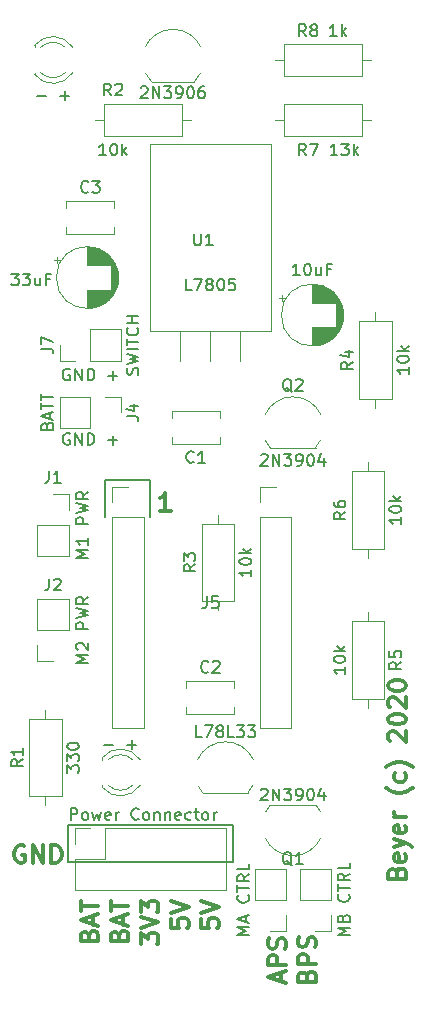
<source format=gto>
G04 #@! TF.GenerationSoftware,KiCad,Pcbnew,(5.1.4)-1*
G04 #@! TF.CreationDate,2020-04-28T16:39:16-06:00*
G04 #@! TF.ProjectId,robot,726f626f-742e-46b6-9963-61645f706362,rev?*
G04 #@! TF.SameCoordinates,Original*
G04 #@! TF.FileFunction,Legend,Top*
G04 #@! TF.FilePolarity,Positive*
%FSLAX46Y46*%
G04 Gerber Fmt 4.6, Leading zero omitted, Abs format (unit mm)*
G04 Created by KiCad (PCBNEW (5.1.4)-1) date 2020-04-28 16:39:16*
%MOMM*%
%LPD*%
G04 APERTURE LIST*
%ADD10C,0.200000*%
%ADD11C,0.300000*%
%ADD12C,0.120000*%
%ADD13C,0.150000*%
G04 APERTURE END LIST*
D10*
X115570000Y-87630000D02*
X101600000Y-87630000D01*
X101600000Y-87630000D02*
X101600000Y-90805000D01*
X115570000Y-90805000D02*
X115570000Y-87630000D01*
X101600000Y-90805000D02*
X115570000Y-90805000D01*
D11*
X129432857Y-91677142D02*
X129504285Y-91462857D01*
X129575714Y-91391428D01*
X129718571Y-91320000D01*
X129932857Y-91320000D01*
X130075714Y-91391428D01*
X130147142Y-91462857D01*
X130218571Y-91605714D01*
X130218571Y-92177142D01*
X128718571Y-92177142D01*
X128718571Y-91677142D01*
X128790000Y-91534285D01*
X128861428Y-91462857D01*
X129004285Y-91391428D01*
X129147142Y-91391428D01*
X129290000Y-91462857D01*
X129361428Y-91534285D01*
X129432857Y-91677142D01*
X129432857Y-92177142D01*
X130147142Y-90105714D02*
X130218571Y-90248571D01*
X130218571Y-90534285D01*
X130147142Y-90677142D01*
X130004285Y-90748571D01*
X129432857Y-90748571D01*
X129290000Y-90677142D01*
X129218571Y-90534285D01*
X129218571Y-90248571D01*
X129290000Y-90105714D01*
X129432857Y-90034285D01*
X129575714Y-90034285D01*
X129718571Y-90748571D01*
X129218571Y-89534285D02*
X130218571Y-89177142D01*
X129218571Y-88820000D02*
X130218571Y-89177142D01*
X130575714Y-89320000D01*
X130647142Y-89391428D01*
X130718571Y-89534285D01*
X130147142Y-87677142D02*
X130218571Y-87820000D01*
X130218571Y-88105714D01*
X130147142Y-88248571D01*
X130004285Y-88320000D01*
X129432857Y-88320000D01*
X129290000Y-88248571D01*
X129218571Y-88105714D01*
X129218571Y-87820000D01*
X129290000Y-87677142D01*
X129432857Y-87605714D01*
X129575714Y-87605714D01*
X129718571Y-88320000D01*
X130218571Y-86962857D02*
X129218571Y-86962857D01*
X129504285Y-86962857D02*
X129361428Y-86891428D01*
X129290000Y-86820000D01*
X129218571Y-86677142D01*
X129218571Y-86534285D01*
X130790000Y-84462857D02*
X130718571Y-84534285D01*
X130504285Y-84677142D01*
X130361428Y-84748571D01*
X130147142Y-84820000D01*
X129790000Y-84891428D01*
X129504285Y-84891428D01*
X129147142Y-84820000D01*
X128932857Y-84748571D01*
X128790000Y-84677142D01*
X128575714Y-84534285D01*
X128504285Y-84462857D01*
X130147142Y-83248571D02*
X130218571Y-83391428D01*
X130218571Y-83677142D01*
X130147142Y-83820000D01*
X130075714Y-83891428D01*
X129932857Y-83962857D01*
X129504285Y-83962857D01*
X129361428Y-83891428D01*
X129290000Y-83820000D01*
X129218571Y-83677142D01*
X129218571Y-83391428D01*
X129290000Y-83248571D01*
X130790000Y-82748571D02*
X130718571Y-82677142D01*
X130504285Y-82534285D01*
X130361428Y-82462857D01*
X130147142Y-82391428D01*
X129790000Y-82320000D01*
X129504285Y-82320000D01*
X129147142Y-82391428D01*
X128932857Y-82462857D01*
X128790000Y-82534285D01*
X128575714Y-82677142D01*
X128504285Y-82748571D01*
X128861428Y-80534285D02*
X128790000Y-80462857D01*
X128718571Y-80320000D01*
X128718571Y-79962857D01*
X128790000Y-79820000D01*
X128861428Y-79748571D01*
X129004285Y-79677142D01*
X129147142Y-79677142D01*
X129361428Y-79748571D01*
X130218571Y-80605714D01*
X130218571Y-79677142D01*
X128718571Y-78748571D02*
X128718571Y-78605714D01*
X128790000Y-78462857D01*
X128861428Y-78391428D01*
X129004285Y-78320000D01*
X129290000Y-78248571D01*
X129647142Y-78248571D01*
X129932857Y-78320000D01*
X130075714Y-78391428D01*
X130147142Y-78462857D01*
X130218571Y-78605714D01*
X130218571Y-78748571D01*
X130147142Y-78891428D01*
X130075714Y-78962857D01*
X129932857Y-79034285D01*
X129647142Y-79105714D01*
X129290000Y-79105714D01*
X129004285Y-79034285D01*
X128861428Y-78962857D01*
X128790000Y-78891428D01*
X128718571Y-78748571D01*
X128861428Y-77677142D02*
X128790000Y-77605714D01*
X128718571Y-77462857D01*
X128718571Y-77105714D01*
X128790000Y-76962857D01*
X128861428Y-76891428D01*
X129004285Y-76820000D01*
X129147142Y-76820000D01*
X129361428Y-76891428D01*
X130218571Y-77748571D01*
X130218571Y-76820000D01*
X128718571Y-75891428D02*
X128718571Y-75748571D01*
X128790000Y-75605714D01*
X128861428Y-75534285D01*
X129004285Y-75462857D01*
X129290000Y-75391428D01*
X129647142Y-75391428D01*
X129932857Y-75462857D01*
X130075714Y-75534285D01*
X130147142Y-75605714D01*
X130218571Y-75748571D01*
X130218571Y-75891428D01*
X130147142Y-76034285D01*
X130075714Y-76105714D01*
X129932857Y-76177142D01*
X129647142Y-76248571D01*
X129290000Y-76248571D01*
X129004285Y-76177142D01*
X128861428Y-76105714D01*
X128790000Y-76034285D01*
X128718571Y-75891428D01*
X97917142Y-89420000D02*
X97774285Y-89348571D01*
X97560000Y-89348571D01*
X97345714Y-89420000D01*
X97202857Y-89562857D01*
X97131428Y-89705714D01*
X97060000Y-89991428D01*
X97060000Y-90205714D01*
X97131428Y-90491428D01*
X97202857Y-90634285D01*
X97345714Y-90777142D01*
X97560000Y-90848571D01*
X97702857Y-90848571D01*
X97917142Y-90777142D01*
X97988571Y-90705714D01*
X97988571Y-90205714D01*
X97702857Y-90205714D01*
X98631428Y-90848571D02*
X98631428Y-89348571D01*
X99488571Y-90848571D01*
X99488571Y-89348571D01*
X100202857Y-90848571D02*
X100202857Y-89348571D01*
X100560000Y-89348571D01*
X100774285Y-89420000D01*
X100917142Y-89562857D01*
X100988571Y-89705714D01*
X101060000Y-89991428D01*
X101060000Y-90205714D01*
X100988571Y-90491428D01*
X100917142Y-90634285D01*
X100774285Y-90777142D01*
X100560000Y-90848571D01*
X100202857Y-90848571D01*
X110283571Y-61003571D02*
X109426428Y-61003571D01*
X109855000Y-61003571D02*
X109855000Y-59503571D01*
X109712142Y-59717857D01*
X109569285Y-59860714D01*
X109426428Y-59932142D01*
D10*
X104775000Y-58420000D02*
X104775000Y-61595000D01*
X108585000Y-58420000D02*
X108585000Y-61595000D01*
X104775000Y-58420000D02*
X108585000Y-58420000D01*
D11*
X119625000Y-100881428D02*
X119625000Y-100167142D01*
X120053571Y-101024285D02*
X118553571Y-100524285D01*
X120053571Y-100024285D01*
X120053571Y-99524285D02*
X118553571Y-99524285D01*
X118553571Y-98952857D01*
X118625000Y-98810000D01*
X118696428Y-98738571D01*
X118839285Y-98667142D01*
X119053571Y-98667142D01*
X119196428Y-98738571D01*
X119267857Y-98810000D01*
X119339285Y-98952857D01*
X119339285Y-99524285D01*
X119982142Y-98095714D02*
X120053571Y-97881428D01*
X120053571Y-97524285D01*
X119982142Y-97381428D01*
X119910714Y-97310000D01*
X119767857Y-97238571D01*
X119625000Y-97238571D01*
X119482142Y-97310000D01*
X119410714Y-97381428D01*
X119339285Y-97524285D01*
X119267857Y-97810000D01*
X119196428Y-97952857D01*
X119125000Y-98024285D01*
X118982142Y-98095714D01*
X118839285Y-98095714D01*
X118696428Y-98024285D01*
X118625000Y-97952857D01*
X118553571Y-97810000D01*
X118553571Y-97452857D01*
X118625000Y-97238571D01*
X121817857Y-100417142D02*
X121889285Y-100202857D01*
X121960714Y-100131428D01*
X122103571Y-100060000D01*
X122317857Y-100060000D01*
X122460714Y-100131428D01*
X122532142Y-100202857D01*
X122603571Y-100345714D01*
X122603571Y-100917142D01*
X121103571Y-100917142D01*
X121103571Y-100417142D01*
X121175000Y-100274285D01*
X121246428Y-100202857D01*
X121389285Y-100131428D01*
X121532142Y-100131428D01*
X121675000Y-100202857D01*
X121746428Y-100274285D01*
X121817857Y-100417142D01*
X121817857Y-100917142D01*
X122603571Y-99417142D02*
X121103571Y-99417142D01*
X121103571Y-98845714D01*
X121175000Y-98702857D01*
X121246428Y-98631428D01*
X121389285Y-98560000D01*
X121603571Y-98560000D01*
X121746428Y-98631428D01*
X121817857Y-98702857D01*
X121889285Y-98845714D01*
X121889285Y-99417142D01*
X122532142Y-97988571D02*
X122603571Y-97774285D01*
X122603571Y-97417142D01*
X122532142Y-97274285D01*
X122460714Y-97202857D01*
X122317857Y-97131428D01*
X122175000Y-97131428D01*
X122032142Y-97202857D01*
X121960714Y-97274285D01*
X121889285Y-97417142D01*
X121817857Y-97702857D01*
X121746428Y-97845714D01*
X121675000Y-97917142D01*
X121532142Y-97988571D01*
X121389285Y-97988571D01*
X121246428Y-97917142D01*
X121175000Y-97845714D01*
X121103571Y-97702857D01*
X121103571Y-97345714D01*
X121175000Y-97131428D01*
X103377857Y-96992142D02*
X103449285Y-96777857D01*
X103520714Y-96706428D01*
X103663571Y-96635000D01*
X103877857Y-96635000D01*
X104020714Y-96706428D01*
X104092142Y-96777857D01*
X104163571Y-96920714D01*
X104163571Y-97492142D01*
X102663571Y-97492142D01*
X102663571Y-96992142D01*
X102735000Y-96849285D01*
X102806428Y-96777857D01*
X102949285Y-96706428D01*
X103092142Y-96706428D01*
X103235000Y-96777857D01*
X103306428Y-96849285D01*
X103377857Y-96992142D01*
X103377857Y-97492142D01*
X103735000Y-96063571D02*
X103735000Y-95349285D01*
X104163571Y-96206428D02*
X102663571Y-95706428D01*
X104163571Y-95206428D01*
X102663571Y-94920714D02*
X102663571Y-94063571D01*
X104163571Y-94492142D02*
X102663571Y-94492142D01*
X105927857Y-96992142D02*
X105999285Y-96777857D01*
X106070714Y-96706428D01*
X106213571Y-96635000D01*
X106427857Y-96635000D01*
X106570714Y-96706428D01*
X106642142Y-96777857D01*
X106713571Y-96920714D01*
X106713571Y-97492142D01*
X105213571Y-97492142D01*
X105213571Y-96992142D01*
X105285000Y-96849285D01*
X105356428Y-96777857D01*
X105499285Y-96706428D01*
X105642142Y-96706428D01*
X105785000Y-96777857D01*
X105856428Y-96849285D01*
X105927857Y-96992142D01*
X105927857Y-97492142D01*
X106285000Y-96063571D02*
X106285000Y-95349285D01*
X106713571Y-96206428D02*
X105213571Y-95706428D01*
X106713571Y-95206428D01*
X105213571Y-94920714D02*
X105213571Y-94063571D01*
X106713571Y-94492142D02*
X105213571Y-94492142D01*
X107763571Y-97742142D02*
X107763571Y-96813571D01*
X108335000Y-97313571D01*
X108335000Y-97099285D01*
X108406428Y-96956428D01*
X108477857Y-96885000D01*
X108620714Y-96813571D01*
X108977857Y-96813571D01*
X109120714Y-96885000D01*
X109192142Y-96956428D01*
X109263571Y-97099285D01*
X109263571Y-97527857D01*
X109192142Y-97670714D01*
X109120714Y-97742142D01*
X107763571Y-96385000D02*
X109263571Y-95885000D01*
X107763571Y-95385000D01*
X107763571Y-95027857D02*
X107763571Y-94099285D01*
X108335000Y-94599285D01*
X108335000Y-94385000D01*
X108406428Y-94242142D01*
X108477857Y-94170714D01*
X108620714Y-94099285D01*
X108977857Y-94099285D01*
X109120714Y-94170714D01*
X109192142Y-94242142D01*
X109263571Y-94385000D01*
X109263571Y-94813571D01*
X109192142Y-94956428D01*
X109120714Y-95027857D01*
X110313571Y-95599285D02*
X110313571Y-96313571D01*
X111027857Y-96385000D01*
X110956428Y-96313571D01*
X110885000Y-96170714D01*
X110885000Y-95813571D01*
X110956428Y-95670714D01*
X111027857Y-95599285D01*
X111170714Y-95527857D01*
X111527857Y-95527857D01*
X111670714Y-95599285D01*
X111742142Y-95670714D01*
X111813571Y-95813571D01*
X111813571Y-96170714D01*
X111742142Y-96313571D01*
X111670714Y-96385000D01*
X110313571Y-95099285D02*
X111813571Y-94599285D01*
X110313571Y-94099285D01*
X112863571Y-95599285D02*
X112863571Y-96313571D01*
X113577857Y-96385000D01*
X113506428Y-96313571D01*
X113435000Y-96170714D01*
X113435000Y-95813571D01*
X113506428Y-95670714D01*
X113577857Y-95599285D01*
X113720714Y-95527857D01*
X114077857Y-95527857D01*
X114220714Y-95599285D01*
X114292142Y-95670714D01*
X114363571Y-95813571D01*
X114363571Y-96170714D01*
X114292142Y-96313571D01*
X114220714Y-96385000D01*
X112863571Y-95099285D02*
X114363571Y-94599285D01*
X112863571Y-94099285D01*
D12*
X105350000Y-58995000D02*
X106680000Y-58995000D01*
X105350000Y-60325000D02*
X105350000Y-58995000D01*
X108010000Y-61595000D02*
X105350000Y-61595000D01*
X108010000Y-79435000D02*
X108010000Y-61595000D01*
X105350000Y-79435000D02*
X108010000Y-79435000D01*
X105350000Y-61595000D02*
X105350000Y-79435000D01*
X117850000Y-61595000D02*
X117850000Y-79435000D01*
X117850000Y-79435000D02*
X120510000Y-79435000D01*
X120510000Y-79435000D02*
X120510000Y-61595000D01*
X120510000Y-61595000D02*
X117850000Y-61595000D01*
X117850000Y-60325000D02*
X117850000Y-58995000D01*
X117850000Y-58995000D02*
X119180000Y-58995000D01*
X116205000Y-45840000D02*
X116205000Y-48380000D01*
X113665000Y-45840000D02*
X113665000Y-48380000D01*
X111125000Y-45840000D02*
X111125000Y-48380000D01*
X118785000Y-29950000D02*
X118785000Y-45840000D01*
X108545000Y-29950000D02*
X108545000Y-45840000D01*
X108545000Y-29950000D02*
X118785000Y-29950000D01*
X108545000Y-45840000D02*
X118785000Y-45840000D01*
X106105000Y-51375000D02*
X106105000Y-52705000D01*
X104775000Y-51375000D02*
X106105000Y-51375000D01*
X103505000Y-51375000D02*
X103505000Y-54035000D01*
X103505000Y-54035000D02*
X100905000Y-54035000D01*
X103505000Y-51375000D02*
X100905000Y-51375000D01*
X100905000Y-51375000D02*
X100905000Y-54035000D01*
X100905000Y-48320000D02*
X100905000Y-46990000D01*
X102235000Y-48320000D02*
X100905000Y-48320000D01*
X103505000Y-48320000D02*
X103505000Y-45660000D01*
X103505000Y-45660000D02*
X106105000Y-45660000D01*
X103505000Y-48320000D02*
X106105000Y-48320000D01*
X106105000Y-48320000D02*
X106105000Y-45660000D01*
X102175000Y-89250000D02*
X102175000Y-87920000D01*
X102175000Y-87920000D02*
X103505000Y-87920000D01*
X102175000Y-90520000D02*
X104775000Y-90520000D01*
X104775000Y-90520000D02*
X104775000Y-87920000D01*
X104775000Y-87920000D02*
X114995000Y-87920000D01*
X114995000Y-93120000D02*
X114995000Y-87920000D01*
X102175000Y-93120000D02*
X114995000Y-93120000D01*
X102175000Y-93120000D02*
X102175000Y-90520000D01*
X120075000Y-96580000D02*
X118745000Y-96580000D01*
X120075000Y-95250000D02*
X120075000Y-96580000D01*
X120075000Y-93980000D02*
X117415000Y-93980000D01*
X117415000Y-93980000D02*
X117415000Y-91380000D01*
X120075000Y-93980000D02*
X120075000Y-91380000D01*
X120075000Y-91380000D02*
X117415000Y-91380000D01*
X123885000Y-96580000D02*
X122555000Y-96580000D01*
X123885000Y-95250000D02*
X123885000Y-96580000D01*
X123885000Y-93980000D02*
X121225000Y-93980000D01*
X121225000Y-93980000D02*
X121225000Y-91380000D01*
X123885000Y-93980000D02*
X123885000Y-91380000D01*
X123885000Y-91380000D02*
X121225000Y-91380000D01*
X100330000Y-73720000D02*
X99000000Y-73720000D01*
X99000000Y-73720000D02*
X99000000Y-72390000D01*
X99000000Y-71120000D02*
X99000000Y-68520000D01*
X101660000Y-68520000D02*
X99000000Y-68520000D01*
X101660000Y-71120000D02*
X101660000Y-68520000D01*
X101660000Y-71120000D02*
X99000000Y-71120000D01*
X100330000Y-59630000D02*
X101660000Y-59630000D01*
X101660000Y-59630000D02*
X101660000Y-60960000D01*
X101660000Y-62230000D02*
X101660000Y-64830000D01*
X99000000Y-64830000D02*
X101660000Y-64830000D01*
X99000000Y-62230000D02*
X99000000Y-64830000D01*
X99000000Y-62230000D02*
X101660000Y-62230000D01*
X104485000Y-84265000D02*
X104485000Y-84421000D01*
X104485000Y-81949000D02*
X104485000Y-82105000D01*
X107086130Y-84264837D02*
G75*
G02X105004039Y-84265000I-1041130J1079837D01*
G01*
X107086130Y-82105163D02*
G75*
G03X105004039Y-82105000I-1041130J-1079837D01*
G01*
X107717335Y-84263608D02*
G75*
G02X104485000Y-84420516I-1672335J1078608D01*
G01*
X107717335Y-82106392D02*
G75*
G03X104485000Y-81949484I-1672335J-1078608D01*
G01*
X119730225Y-42725000D02*
X119730225Y-43225000D01*
X119480225Y-42975000D02*
X119980225Y-42975000D01*
X124886000Y-44166000D02*
X124886000Y-44734000D01*
X124846000Y-43932000D02*
X124846000Y-44968000D01*
X124806000Y-43773000D02*
X124806000Y-45127000D01*
X124766000Y-43645000D02*
X124766000Y-45255000D01*
X124726000Y-43535000D02*
X124726000Y-45365000D01*
X124686000Y-43439000D02*
X124686000Y-45461000D01*
X124646000Y-43352000D02*
X124646000Y-45548000D01*
X124606000Y-43272000D02*
X124606000Y-45628000D01*
X124566000Y-43199000D02*
X124566000Y-45701000D01*
X124526000Y-43131000D02*
X124526000Y-45769000D01*
X124486000Y-43067000D02*
X124486000Y-45833000D01*
X124446000Y-43007000D02*
X124446000Y-45893000D01*
X124406000Y-42950000D02*
X124406000Y-45950000D01*
X124366000Y-42896000D02*
X124366000Y-46004000D01*
X124326000Y-42845000D02*
X124326000Y-46055000D01*
X124286000Y-45490000D02*
X124286000Y-46103000D01*
X124286000Y-42797000D02*
X124286000Y-43410000D01*
X124246000Y-45490000D02*
X124246000Y-46149000D01*
X124246000Y-42751000D02*
X124246000Y-43410000D01*
X124206000Y-45490000D02*
X124206000Y-46193000D01*
X124206000Y-42707000D02*
X124206000Y-43410000D01*
X124166000Y-45490000D02*
X124166000Y-46235000D01*
X124166000Y-42665000D02*
X124166000Y-43410000D01*
X124126000Y-45490000D02*
X124126000Y-46276000D01*
X124126000Y-42624000D02*
X124126000Y-43410000D01*
X124086000Y-45490000D02*
X124086000Y-46314000D01*
X124086000Y-42586000D02*
X124086000Y-43410000D01*
X124046000Y-45490000D02*
X124046000Y-46351000D01*
X124046000Y-42549000D02*
X124046000Y-43410000D01*
X124006000Y-45490000D02*
X124006000Y-46387000D01*
X124006000Y-42513000D02*
X124006000Y-43410000D01*
X123966000Y-45490000D02*
X123966000Y-46421000D01*
X123966000Y-42479000D02*
X123966000Y-43410000D01*
X123926000Y-45490000D02*
X123926000Y-46454000D01*
X123926000Y-42446000D02*
X123926000Y-43410000D01*
X123886000Y-45490000D02*
X123886000Y-46485000D01*
X123886000Y-42415000D02*
X123886000Y-43410000D01*
X123846000Y-45490000D02*
X123846000Y-46515000D01*
X123846000Y-42385000D02*
X123846000Y-43410000D01*
X123806000Y-45490000D02*
X123806000Y-46545000D01*
X123806000Y-42355000D02*
X123806000Y-43410000D01*
X123766000Y-45490000D02*
X123766000Y-46572000D01*
X123766000Y-42328000D02*
X123766000Y-43410000D01*
X123726000Y-45490000D02*
X123726000Y-46599000D01*
X123726000Y-42301000D02*
X123726000Y-43410000D01*
X123686000Y-45490000D02*
X123686000Y-46625000D01*
X123686000Y-42275000D02*
X123686000Y-43410000D01*
X123646000Y-45490000D02*
X123646000Y-46650000D01*
X123646000Y-42250000D02*
X123646000Y-43410000D01*
X123606000Y-45490000D02*
X123606000Y-46674000D01*
X123606000Y-42226000D02*
X123606000Y-43410000D01*
X123566000Y-45490000D02*
X123566000Y-46697000D01*
X123566000Y-42203000D02*
X123566000Y-43410000D01*
X123526000Y-45490000D02*
X123526000Y-46718000D01*
X123526000Y-42182000D02*
X123526000Y-43410000D01*
X123486000Y-45490000D02*
X123486000Y-46740000D01*
X123486000Y-42160000D02*
X123486000Y-43410000D01*
X123446000Y-45490000D02*
X123446000Y-46760000D01*
X123446000Y-42140000D02*
X123446000Y-43410000D01*
X123406000Y-45490000D02*
X123406000Y-46779000D01*
X123406000Y-42121000D02*
X123406000Y-43410000D01*
X123366000Y-45490000D02*
X123366000Y-46798000D01*
X123366000Y-42102000D02*
X123366000Y-43410000D01*
X123326000Y-45490000D02*
X123326000Y-46815000D01*
X123326000Y-42085000D02*
X123326000Y-43410000D01*
X123286000Y-45490000D02*
X123286000Y-46832000D01*
X123286000Y-42068000D02*
X123286000Y-43410000D01*
X123246000Y-45490000D02*
X123246000Y-46848000D01*
X123246000Y-42052000D02*
X123246000Y-43410000D01*
X123206000Y-45490000D02*
X123206000Y-46864000D01*
X123206000Y-42036000D02*
X123206000Y-43410000D01*
X123166000Y-45490000D02*
X123166000Y-46878000D01*
X123166000Y-42022000D02*
X123166000Y-43410000D01*
X123126000Y-45490000D02*
X123126000Y-46892000D01*
X123126000Y-42008000D02*
X123126000Y-43410000D01*
X123086000Y-45490000D02*
X123086000Y-46905000D01*
X123086000Y-41995000D02*
X123086000Y-43410000D01*
X123046000Y-45490000D02*
X123046000Y-46918000D01*
X123046000Y-41982000D02*
X123046000Y-43410000D01*
X123006000Y-45490000D02*
X123006000Y-46930000D01*
X123006000Y-41970000D02*
X123006000Y-43410000D01*
X122965000Y-45490000D02*
X122965000Y-46941000D01*
X122965000Y-41959000D02*
X122965000Y-43410000D01*
X122925000Y-45490000D02*
X122925000Y-46951000D01*
X122925000Y-41949000D02*
X122925000Y-43410000D01*
X122885000Y-45490000D02*
X122885000Y-46961000D01*
X122885000Y-41939000D02*
X122885000Y-43410000D01*
X122845000Y-45490000D02*
X122845000Y-46970000D01*
X122845000Y-41930000D02*
X122845000Y-43410000D01*
X122805000Y-45490000D02*
X122805000Y-46978000D01*
X122805000Y-41922000D02*
X122805000Y-43410000D01*
X122765000Y-45490000D02*
X122765000Y-46986000D01*
X122765000Y-41914000D02*
X122765000Y-43410000D01*
X122725000Y-45490000D02*
X122725000Y-46993000D01*
X122725000Y-41907000D02*
X122725000Y-43410000D01*
X122685000Y-45490000D02*
X122685000Y-47000000D01*
X122685000Y-41900000D02*
X122685000Y-43410000D01*
X122645000Y-45490000D02*
X122645000Y-47006000D01*
X122645000Y-41894000D02*
X122645000Y-43410000D01*
X122605000Y-45490000D02*
X122605000Y-47011000D01*
X122605000Y-41889000D02*
X122605000Y-43410000D01*
X122565000Y-45490000D02*
X122565000Y-47015000D01*
X122565000Y-41885000D02*
X122565000Y-43410000D01*
X122525000Y-45490000D02*
X122525000Y-47019000D01*
X122525000Y-41881000D02*
X122525000Y-43410000D01*
X122485000Y-45490000D02*
X122485000Y-47023000D01*
X122485000Y-41877000D02*
X122485000Y-43410000D01*
X122445000Y-45490000D02*
X122445000Y-47026000D01*
X122445000Y-41874000D02*
X122445000Y-43410000D01*
X122405000Y-45490000D02*
X122405000Y-47028000D01*
X122405000Y-41872000D02*
X122405000Y-43410000D01*
X122365000Y-45490000D02*
X122365000Y-47029000D01*
X122365000Y-41871000D02*
X122365000Y-43410000D01*
X122325000Y-41870000D02*
X122325000Y-43410000D01*
X122325000Y-45490000D02*
X122325000Y-47030000D01*
X122285000Y-41870000D02*
X122285000Y-43410000D01*
X122285000Y-45490000D02*
X122285000Y-47030000D01*
X124905000Y-44450000D02*
G75*
G03X124905000Y-44450000I-2620000J0D01*
G01*
X105505000Y-36990000D02*
X105505000Y-37615000D01*
X105505000Y-34775000D02*
X105505000Y-35400000D01*
X101465000Y-36990000D02*
X101465000Y-37615000D01*
X101465000Y-34775000D02*
X101465000Y-35400000D01*
X101465000Y-37615000D02*
X105505000Y-37615000D01*
X101465000Y-34775000D02*
X105505000Y-34775000D01*
X115665000Y-77630000D02*
X115665000Y-78255000D01*
X115665000Y-75415000D02*
X115665000Y-76040000D01*
X111625000Y-77630000D02*
X111625000Y-78255000D01*
X111625000Y-75415000D02*
X111625000Y-76040000D01*
X111625000Y-78255000D02*
X115665000Y-78255000D01*
X111625000Y-75415000D02*
X115665000Y-75415000D01*
X110395000Y-53180000D02*
X110395000Y-52555000D01*
X110395000Y-55395000D02*
X110395000Y-54770000D01*
X114435000Y-53180000D02*
X114435000Y-52555000D01*
X114435000Y-55395000D02*
X114435000Y-54770000D01*
X114435000Y-52555000D02*
X110395000Y-52555000D01*
X114435000Y-55395000D02*
X110395000Y-55395000D01*
X100680225Y-39550000D02*
X100680225Y-40050000D01*
X100430225Y-39800000D02*
X100930225Y-39800000D01*
X105836000Y-40991000D02*
X105836000Y-41559000D01*
X105796000Y-40757000D02*
X105796000Y-41793000D01*
X105756000Y-40598000D02*
X105756000Y-41952000D01*
X105716000Y-40470000D02*
X105716000Y-42080000D01*
X105676000Y-40360000D02*
X105676000Y-42190000D01*
X105636000Y-40264000D02*
X105636000Y-42286000D01*
X105596000Y-40177000D02*
X105596000Y-42373000D01*
X105556000Y-40097000D02*
X105556000Y-42453000D01*
X105516000Y-40024000D02*
X105516000Y-42526000D01*
X105476000Y-39956000D02*
X105476000Y-42594000D01*
X105436000Y-39892000D02*
X105436000Y-42658000D01*
X105396000Y-39832000D02*
X105396000Y-42718000D01*
X105356000Y-39775000D02*
X105356000Y-42775000D01*
X105316000Y-39721000D02*
X105316000Y-42829000D01*
X105276000Y-39670000D02*
X105276000Y-42880000D01*
X105236000Y-42315000D02*
X105236000Y-42928000D01*
X105236000Y-39622000D02*
X105236000Y-40235000D01*
X105196000Y-42315000D02*
X105196000Y-42974000D01*
X105196000Y-39576000D02*
X105196000Y-40235000D01*
X105156000Y-42315000D02*
X105156000Y-43018000D01*
X105156000Y-39532000D02*
X105156000Y-40235000D01*
X105116000Y-42315000D02*
X105116000Y-43060000D01*
X105116000Y-39490000D02*
X105116000Y-40235000D01*
X105076000Y-42315000D02*
X105076000Y-43101000D01*
X105076000Y-39449000D02*
X105076000Y-40235000D01*
X105036000Y-42315000D02*
X105036000Y-43139000D01*
X105036000Y-39411000D02*
X105036000Y-40235000D01*
X104996000Y-42315000D02*
X104996000Y-43176000D01*
X104996000Y-39374000D02*
X104996000Y-40235000D01*
X104956000Y-42315000D02*
X104956000Y-43212000D01*
X104956000Y-39338000D02*
X104956000Y-40235000D01*
X104916000Y-42315000D02*
X104916000Y-43246000D01*
X104916000Y-39304000D02*
X104916000Y-40235000D01*
X104876000Y-42315000D02*
X104876000Y-43279000D01*
X104876000Y-39271000D02*
X104876000Y-40235000D01*
X104836000Y-42315000D02*
X104836000Y-43310000D01*
X104836000Y-39240000D02*
X104836000Y-40235000D01*
X104796000Y-42315000D02*
X104796000Y-43340000D01*
X104796000Y-39210000D02*
X104796000Y-40235000D01*
X104756000Y-42315000D02*
X104756000Y-43370000D01*
X104756000Y-39180000D02*
X104756000Y-40235000D01*
X104716000Y-42315000D02*
X104716000Y-43397000D01*
X104716000Y-39153000D02*
X104716000Y-40235000D01*
X104676000Y-42315000D02*
X104676000Y-43424000D01*
X104676000Y-39126000D02*
X104676000Y-40235000D01*
X104636000Y-42315000D02*
X104636000Y-43450000D01*
X104636000Y-39100000D02*
X104636000Y-40235000D01*
X104596000Y-42315000D02*
X104596000Y-43475000D01*
X104596000Y-39075000D02*
X104596000Y-40235000D01*
X104556000Y-42315000D02*
X104556000Y-43499000D01*
X104556000Y-39051000D02*
X104556000Y-40235000D01*
X104516000Y-42315000D02*
X104516000Y-43522000D01*
X104516000Y-39028000D02*
X104516000Y-40235000D01*
X104476000Y-42315000D02*
X104476000Y-43543000D01*
X104476000Y-39007000D02*
X104476000Y-40235000D01*
X104436000Y-42315000D02*
X104436000Y-43565000D01*
X104436000Y-38985000D02*
X104436000Y-40235000D01*
X104396000Y-42315000D02*
X104396000Y-43585000D01*
X104396000Y-38965000D02*
X104396000Y-40235000D01*
X104356000Y-42315000D02*
X104356000Y-43604000D01*
X104356000Y-38946000D02*
X104356000Y-40235000D01*
X104316000Y-42315000D02*
X104316000Y-43623000D01*
X104316000Y-38927000D02*
X104316000Y-40235000D01*
X104276000Y-42315000D02*
X104276000Y-43640000D01*
X104276000Y-38910000D02*
X104276000Y-40235000D01*
X104236000Y-42315000D02*
X104236000Y-43657000D01*
X104236000Y-38893000D02*
X104236000Y-40235000D01*
X104196000Y-42315000D02*
X104196000Y-43673000D01*
X104196000Y-38877000D02*
X104196000Y-40235000D01*
X104156000Y-42315000D02*
X104156000Y-43689000D01*
X104156000Y-38861000D02*
X104156000Y-40235000D01*
X104116000Y-42315000D02*
X104116000Y-43703000D01*
X104116000Y-38847000D02*
X104116000Y-40235000D01*
X104076000Y-42315000D02*
X104076000Y-43717000D01*
X104076000Y-38833000D02*
X104076000Y-40235000D01*
X104036000Y-42315000D02*
X104036000Y-43730000D01*
X104036000Y-38820000D02*
X104036000Y-40235000D01*
X103996000Y-42315000D02*
X103996000Y-43743000D01*
X103996000Y-38807000D02*
X103996000Y-40235000D01*
X103956000Y-42315000D02*
X103956000Y-43755000D01*
X103956000Y-38795000D02*
X103956000Y-40235000D01*
X103915000Y-42315000D02*
X103915000Y-43766000D01*
X103915000Y-38784000D02*
X103915000Y-40235000D01*
X103875000Y-42315000D02*
X103875000Y-43776000D01*
X103875000Y-38774000D02*
X103875000Y-40235000D01*
X103835000Y-42315000D02*
X103835000Y-43786000D01*
X103835000Y-38764000D02*
X103835000Y-40235000D01*
X103795000Y-42315000D02*
X103795000Y-43795000D01*
X103795000Y-38755000D02*
X103795000Y-40235000D01*
X103755000Y-42315000D02*
X103755000Y-43803000D01*
X103755000Y-38747000D02*
X103755000Y-40235000D01*
X103715000Y-42315000D02*
X103715000Y-43811000D01*
X103715000Y-38739000D02*
X103715000Y-40235000D01*
X103675000Y-42315000D02*
X103675000Y-43818000D01*
X103675000Y-38732000D02*
X103675000Y-40235000D01*
X103635000Y-42315000D02*
X103635000Y-43825000D01*
X103635000Y-38725000D02*
X103635000Y-40235000D01*
X103595000Y-42315000D02*
X103595000Y-43831000D01*
X103595000Y-38719000D02*
X103595000Y-40235000D01*
X103555000Y-42315000D02*
X103555000Y-43836000D01*
X103555000Y-38714000D02*
X103555000Y-40235000D01*
X103515000Y-42315000D02*
X103515000Y-43840000D01*
X103515000Y-38710000D02*
X103515000Y-40235000D01*
X103475000Y-42315000D02*
X103475000Y-43844000D01*
X103475000Y-38706000D02*
X103475000Y-40235000D01*
X103435000Y-42315000D02*
X103435000Y-43848000D01*
X103435000Y-38702000D02*
X103435000Y-40235000D01*
X103395000Y-42315000D02*
X103395000Y-43851000D01*
X103395000Y-38699000D02*
X103395000Y-40235000D01*
X103355000Y-42315000D02*
X103355000Y-43853000D01*
X103355000Y-38697000D02*
X103355000Y-40235000D01*
X103315000Y-42315000D02*
X103315000Y-43854000D01*
X103315000Y-38696000D02*
X103315000Y-40235000D01*
X103275000Y-38695000D02*
X103275000Y-40235000D01*
X103275000Y-42315000D02*
X103275000Y-43855000D01*
X103235000Y-38695000D02*
X103235000Y-40235000D01*
X103235000Y-42315000D02*
X103235000Y-43855000D01*
X105855000Y-41275000D02*
G75*
G03X105855000Y-41275000I-2620000J0D01*
G01*
X127000000Y-56920000D02*
X127000000Y-57690000D01*
X127000000Y-65000000D02*
X127000000Y-64230000D01*
X125630000Y-57690000D02*
X125630000Y-64230000D01*
X128370000Y-57690000D02*
X125630000Y-57690000D01*
X128370000Y-64230000D02*
X128370000Y-57690000D01*
X125630000Y-64230000D02*
X128370000Y-64230000D01*
X127000000Y-77700000D02*
X127000000Y-76930000D01*
X127000000Y-69620000D02*
X127000000Y-70390000D01*
X128370000Y-76930000D02*
X128370000Y-70390000D01*
X125630000Y-76930000D02*
X128370000Y-76930000D01*
X125630000Y-70390000D02*
X125630000Y-76930000D01*
X128370000Y-70390000D02*
X125630000Y-70390000D01*
X127635000Y-44220000D02*
X127635000Y-44990000D01*
X127635000Y-52300000D02*
X127635000Y-51530000D01*
X126265000Y-44990000D02*
X126265000Y-51530000D01*
X129005000Y-44990000D02*
X126265000Y-44990000D01*
X129005000Y-51530000D02*
X129005000Y-44990000D01*
X126265000Y-51530000D02*
X129005000Y-51530000D01*
X114300000Y-61365000D02*
X114300000Y-62135000D01*
X114300000Y-69445000D02*
X114300000Y-68675000D01*
X112930000Y-62135000D02*
X112930000Y-68675000D01*
X115670000Y-62135000D02*
X112930000Y-62135000D01*
X115670000Y-68675000D02*
X115670000Y-62135000D01*
X112930000Y-68675000D02*
X115670000Y-68675000D01*
X111990000Y-27940000D02*
X111220000Y-27940000D01*
X103910000Y-27940000D02*
X104680000Y-27940000D01*
X111220000Y-26570000D02*
X104680000Y-26570000D01*
X111220000Y-29310000D02*
X111220000Y-26570000D01*
X104680000Y-29310000D02*
X111220000Y-29310000D01*
X104680000Y-26570000D02*
X104680000Y-29310000D01*
X99695000Y-77875000D02*
X99695000Y-78645000D01*
X99695000Y-85955000D02*
X99695000Y-85185000D01*
X98325000Y-78645000D02*
X98325000Y-85185000D01*
X101065000Y-78645000D02*
X98325000Y-78645000D01*
X101065000Y-85185000D02*
X101065000Y-78645000D01*
X98325000Y-85185000D02*
X101065000Y-85185000D01*
X112814184Y-23982795D02*
G75*
G02X112290000Y-24710000I-2324184J1122795D01*
G01*
X112846400Y-21761193D02*
G75*
G03X110490000Y-20260000I-2356400J-1098807D01*
G01*
X108133600Y-21761193D02*
G75*
G02X110490000Y-20260000I2356400J-1098807D01*
G01*
X108165816Y-23982795D02*
G75*
G03X108690000Y-24710000I2324184J1122795D01*
G01*
X108690000Y-24710000D02*
X112290000Y-24710000D01*
X127230000Y-22860000D02*
X126460000Y-22860000D01*
X119150000Y-22860000D02*
X119920000Y-22860000D01*
X126460000Y-21490000D02*
X119920000Y-21490000D01*
X126460000Y-24230000D02*
X126460000Y-21490000D01*
X119920000Y-24230000D02*
X126460000Y-24230000D01*
X119920000Y-21490000D02*
X119920000Y-24230000D01*
X119920000Y-26570000D02*
X119920000Y-29310000D01*
X119920000Y-29310000D02*
X126460000Y-29310000D01*
X126460000Y-29310000D02*
X126460000Y-26570000D01*
X126460000Y-26570000D02*
X119920000Y-26570000D01*
X119150000Y-27940000D02*
X119920000Y-27940000D01*
X127230000Y-27940000D02*
X126460000Y-27940000D01*
X98770000Y-23940000D02*
X98770000Y-24096000D01*
X98770000Y-21624000D02*
X98770000Y-21780000D01*
X101371130Y-23939837D02*
G75*
G02X99289039Y-23940000I-1041130J1079837D01*
G01*
X101371130Y-21780163D02*
G75*
G03X99289039Y-21780000I-1041130J-1079837D01*
G01*
X102002335Y-23938608D02*
G75*
G02X98770000Y-24095516I-1672335J1078608D01*
G01*
X102002335Y-21781392D02*
G75*
G03X98770000Y-21624484I-1672335J-1078608D01*
G01*
X117237383Y-84297264D02*
G75*
G02X116845000Y-84885000I-2302383J1112264D01*
G01*
X117291400Y-82086193D02*
G75*
G03X114935000Y-80585000I-2356400J-1098807D01*
G01*
X112578600Y-82086193D02*
G75*
G02X114935000Y-80585000I2356400J-1098807D01*
G01*
X112612369Y-84307045D02*
G75*
G03X112995000Y-84885000I2322631J1122045D01*
G01*
X112995000Y-84885000D02*
X116845000Y-84885000D01*
X122952383Y-55087264D02*
G75*
G02X122560000Y-55675000I-2302383J1112264D01*
G01*
X123006400Y-52876193D02*
G75*
G03X120650000Y-51375000I-2356400J-1098807D01*
G01*
X118293600Y-52876193D02*
G75*
G02X120650000Y-51375000I2356400J-1098807D01*
G01*
X118327369Y-55097045D02*
G75*
G03X118710000Y-55675000I2322631J1122045D01*
G01*
X118710000Y-55675000D02*
X122560000Y-55675000D01*
X118347617Y-86517736D02*
G75*
G02X118740000Y-85930000I2302383J-1112264D01*
G01*
X118293600Y-88728807D02*
G75*
G03X120650000Y-90230000I2356400J1098807D01*
G01*
X123006400Y-88728807D02*
G75*
G02X120650000Y-90230000I-2356400J1098807D01*
G01*
X122972631Y-86507955D02*
G75*
G03X122590000Y-85930000I-2322631J-1122045D01*
G01*
X122590000Y-85930000D02*
X118740000Y-85930000D01*
D13*
X113346666Y-68277380D02*
X113346666Y-68991666D01*
X113299047Y-69134523D01*
X113203809Y-69229761D01*
X113060952Y-69277380D01*
X112965714Y-69277380D01*
X114299047Y-68277380D02*
X113822857Y-68277380D01*
X113775238Y-68753571D01*
X113822857Y-68705952D01*
X113918095Y-68658333D01*
X114156190Y-68658333D01*
X114251428Y-68705952D01*
X114299047Y-68753571D01*
X114346666Y-68848809D01*
X114346666Y-69086904D01*
X114299047Y-69182142D01*
X114251428Y-69229761D01*
X114156190Y-69277380D01*
X113918095Y-69277380D01*
X113822857Y-69229761D01*
X113775238Y-69182142D01*
X112268095Y-37552380D02*
X112268095Y-38361904D01*
X112315714Y-38457142D01*
X112363333Y-38504761D01*
X112458571Y-38552380D01*
X112649047Y-38552380D01*
X112744285Y-38504761D01*
X112791904Y-38457142D01*
X112839523Y-38361904D01*
X112839523Y-37552380D01*
X113839523Y-38552380D02*
X113268095Y-38552380D01*
X113553809Y-38552380D02*
X113553809Y-37552380D01*
X113458571Y-37695238D01*
X113363333Y-37790476D01*
X113268095Y-37838095D01*
X112069761Y-42362380D02*
X111593571Y-42362380D01*
X111593571Y-41362380D01*
X112307857Y-41362380D02*
X112974523Y-41362380D01*
X112545952Y-42362380D01*
X113498333Y-41790952D02*
X113403095Y-41743333D01*
X113355476Y-41695714D01*
X113307857Y-41600476D01*
X113307857Y-41552857D01*
X113355476Y-41457619D01*
X113403095Y-41410000D01*
X113498333Y-41362380D01*
X113688809Y-41362380D01*
X113784047Y-41410000D01*
X113831666Y-41457619D01*
X113879285Y-41552857D01*
X113879285Y-41600476D01*
X113831666Y-41695714D01*
X113784047Y-41743333D01*
X113688809Y-41790952D01*
X113498333Y-41790952D01*
X113403095Y-41838571D01*
X113355476Y-41886190D01*
X113307857Y-41981428D01*
X113307857Y-42171904D01*
X113355476Y-42267142D01*
X113403095Y-42314761D01*
X113498333Y-42362380D01*
X113688809Y-42362380D01*
X113784047Y-42314761D01*
X113831666Y-42267142D01*
X113879285Y-42171904D01*
X113879285Y-41981428D01*
X113831666Y-41886190D01*
X113784047Y-41838571D01*
X113688809Y-41790952D01*
X114498333Y-41362380D02*
X114593571Y-41362380D01*
X114688809Y-41410000D01*
X114736428Y-41457619D01*
X114784047Y-41552857D01*
X114831666Y-41743333D01*
X114831666Y-41981428D01*
X114784047Y-42171904D01*
X114736428Y-42267142D01*
X114688809Y-42314761D01*
X114593571Y-42362380D01*
X114498333Y-42362380D01*
X114403095Y-42314761D01*
X114355476Y-42267142D01*
X114307857Y-42171904D01*
X114260238Y-41981428D01*
X114260238Y-41743333D01*
X114307857Y-41552857D01*
X114355476Y-41457619D01*
X114403095Y-41410000D01*
X114498333Y-41362380D01*
X115736428Y-41362380D02*
X115260238Y-41362380D01*
X115212619Y-41838571D01*
X115260238Y-41790952D01*
X115355476Y-41743333D01*
X115593571Y-41743333D01*
X115688809Y-41790952D01*
X115736428Y-41838571D01*
X115784047Y-41933809D01*
X115784047Y-42171904D01*
X115736428Y-42267142D01*
X115688809Y-42314761D01*
X115593571Y-42362380D01*
X115355476Y-42362380D01*
X115260238Y-42314761D01*
X115212619Y-42267142D01*
X106557380Y-53038333D02*
X107271666Y-53038333D01*
X107414523Y-53085952D01*
X107509761Y-53181190D01*
X107557380Y-53324047D01*
X107557380Y-53419285D01*
X106890714Y-52133571D02*
X107557380Y-52133571D01*
X106509761Y-52371666D02*
X107224047Y-52609761D01*
X107224047Y-51990714D01*
X99833571Y-53824047D02*
X99881190Y-53681190D01*
X99928809Y-53633571D01*
X100024047Y-53585952D01*
X100166904Y-53585952D01*
X100262142Y-53633571D01*
X100309761Y-53681190D01*
X100357380Y-53776428D01*
X100357380Y-54157380D01*
X99357380Y-54157380D01*
X99357380Y-53824047D01*
X99405000Y-53728809D01*
X99452619Y-53681190D01*
X99547857Y-53633571D01*
X99643095Y-53633571D01*
X99738333Y-53681190D01*
X99785952Y-53728809D01*
X99833571Y-53824047D01*
X99833571Y-54157380D01*
X100071666Y-53205000D02*
X100071666Y-52728809D01*
X100357380Y-53300238D02*
X99357380Y-52966904D01*
X100357380Y-52633571D01*
X99357380Y-52443095D02*
X99357380Y-51871666D01*
X100357380Y-52157380D02*
X99357380Y-52157380D01*
X99357380Y-51681190D02*
X99357380Y-51109761D01*
X100357380Y-51395476D02*
X99357380Y-51395476D01*
X101743095Y-54500000D02*
X101647857Y-54452380D01*
X101505000Y-54452380D01*
X101362142Y-54500000D01*
X101266904Y-54595238D01*
X101219285Y-54690476D01*
X101171666Y-54880952D01*
X101171666Y-55023809D01*
X101219285Y-55214285D01*
X101266904Y-55309523D01*
X101362142Y-55404761D01*
X101505000Y-55452380D01*
X101600238Y-55452380D01*
X101743095Y-55404761D01*
X101790714Y-55357142D01*
X101790714Y-55023809D01*
X101600238Y-55023809D01*
X102219285Y-55452380D02*
X102219285Y-54452380D01*
X102790714Y-55452380D01*
X102790714Y-54452380D01*
X103266904Y-55452380D02*
X103266904Y-54452380D01*
X103505000Y-54452380D01*
X103647857Y-54500000D01*
X103743095Y-54595238D01*
X103790714Y-54690476D01*
X103838333Y-54880952D01*
X103838333Y-55023809D01*
X103790714Y-55214285D01*
X103743095Y-55309523D01*
X103647857Y-55404761D01*
X103505000Y-55452380D01*
X103266904Y-55452380D01*
X105028809Y-55071428D02*
X105790714Y-55071428D01*
X105409761Y-55452380D02*
X105409761Y-54690476D01*
X99357380Y-47323333D02*
X100071666Y-47323333D01*
X100214523Y-47370952D01*
X100309761Y-47466190D01*
X100357380Y-47609047D01*
X100357380Y-47704285D01*
X99357380Y-46942380D02*
X99357380Y-46275714D01*
X100357380Y-46704285D01*
X107509761Y-49490000D02*
X107557380Y-49347142D01*
X107557380Y-49109047D01*
X107509761Y-49013809D01*
X107462142Y-48966190D01*
X107366904Y-48918571D01*
X107271666Y-48918571D01*
X107176428Y-48966190D01*
X107128809Y-49013809D01*
X107081190Y-49109047D01*
X107033571Y-49299523D01*
X106985952Y-49394761D01*
X106938333Y-49442380D01*
X106843095Y-49490000D01*
X106747857Y-49490000D01*
X106652619Y-49442380D01*
X106605000Y-49394761D01*
X106557380Y-49299523D01*
X106557380Y-49061428D01*
X106605000Y-48918571D01*
X106557380Y-48585238D02*
X107557380Y-48347142D01*
X106843095Y-48156666D01*
X107557380Y-47966190D01*
X106557380Y-47728095D01*
X107557380Y-47347142D02*
X106557380Y-47347142D01*
X106557380Y-47013809D02*
X106557380Y-46442380D01*
X107557380Y-46728095D02*
X106557380Y-46728095D01*
X107462142Y-45537619D02*
X107509761Y-45585238D01*
X107557380Y-45728095D01*
X107557380Y-45823333D01*
X107509761Y-45966190D01*
X107414523Y-46061428D01*
X107319285Y-46109047D01*
X107128809Y-46156666D01*
X106985952Y-46156666D01*
X106795476Y-46109047D01*
X106700238Y-46061428D01*
X106605000Y-45966190D01*
X106557380Y-45823333D01*
X106557380Y-45728095D01*
X106605000Y-45585238D01*
X106652619Y-45537619D01*
X107557380Y-45109047D02*
X106557380Y-45109047D01*
X107033571Y-45109047D02*
X107033571Y-44537619D01*
X107557380Y-44537619D02*
X106557380Y-44537619D01*
X101743095Y-49030000D02*
X101647857Y-48982380D01*
X101505000Y-48982380D01*
X101362142Y-49030000D01*
X101266904Y-49125238D01*
X101219285Y-49220476D01*
X101171666Y-49410952D01*
X101171666Y-49553809D01*
X101219285Y-49744285D01*
X101266904Y-49839523D01*
X101362142Y-49934761D01*
X101505000Y-49982380D01*
X101600238Y-49982380D01*
X101743095Y-49934761D01*
X101790714Y-49887142D01*
X101790714Y-49553809D01*
X101600238Y-49553809D01*
X102219285Y-49982380D02*
X102219285Y-48982380D01*
X102790714Y-49982380D01*
X102790714Y-48982380D01*
X103266904Y-49982380D02*
X103266904Y-48982380D01*
X103505000Y-48982380D01*
X103647857Y-49030000D01*
X103743095Y-49125238D01*
X103790714Y-49220476D01*
X103838333Y-49410952D01*
X103838333Y-49553809D01*
X103790714Y-49744285D01*
X103743095Y-49839523D01*
X103647857Y-49934761D01*
X103505000Y-49982380D01*
X103266904Y-49982380D01*
X105028809Y-49601428D02*
X105790714Y-49601428D01*
X105409761Y-49982380D02*
X105409761Y-49220476D01*
X101830952Y-87202380D02*
X101830952Y-86202380D01*
X102211904Y-86202380D01*
X102307142Y-86250000D01*
X102354761Y-86297619D01*
X102402380Y-86392857D01*
X102402380Y-86535714D01*
X102354761Y-86630952D01*
X102307142Y-86678571D01*
X102211904Y-86726190D01*
X101830952Y-86726190D01*
X102973809Y-87202380D02*
X102878571Y-87154761D01*
X102830952Y-87107142D01*
X102783333Y-87011904D01*
X102783333Y-86726190D01*
X102830952Y-86630952D01*
X102878571Y-86583333D01*
X102973809Y-86535714D01*
X103116666Y-86535714D01*
X103211904Y-86583333D01*
X103259523Y-86630952D01*
X103307142Y-86726190D01*
X103307142Y-87011904D01*
X103259523Y-87107142D01*
X103211904Y-87154761D01*
X103116666Y-87202380D01*
X102973809Y-87202380D01*
X103640476Y-86535714D02*
X103830952Y-87202380D01*
X104021428Y-86726190D01*
X104211904Y-87202380D01*
X104402380Y-86535714D01*
X105164285Y-87154761D02*
X105069047Y-87202380D01*
X104878571Y-87202380D01*
X104783333Y-87154761D01*
X104735714Y-87059523D01*
X104735714Y-86678571D01*
X104783333Y-86583333D01*
X104878571Y-86535714D01*
X105069047Y-86535714D01*
X105164285Y-86583333D01*
X105211904Y-86678571D01*
X105211904Y-86773809D01*
X104735714Y-86869047D01*
X105640476Y-87202380D02*
X105640476Y-86535714D01*
X105640476Y-86726190D02*
X105688095Y-86630952D01*
X105735714Y-86583333D01*
X105830952Y-86535714D01*
X105926190Y-86535714D01*
X107592857Y-87107142D02*
X107545238Y-87154761D01*
X107402380Y-87202380D01*
X107307142Y-87202380D01*
X107164285Y-87154761D01*
X107069047Y-87059523D01*
X107021428Y-86964285D01*
X106973809Y-86773809D01*
X106973809Y-86630952D01*
X107021428Y-86440476D01*
X107069047Y-86345238D01*
X107164285Y-86250000D01*
X107307142Y-86202380D01*
X107402380Y-86202380D01*
X107545238Y-86250000D01*
X107592857Y-86297619D01*
X108164285Y-87202380D02*
X108069047Y-87154761D01*
X108021428Y-87107142D01*
X107973809Y-87011904D01*
X107973809Y-86726190D01*
X108021428Y-86630952D01*
X108069047Y-86583333D01*
X108164285Y-86535714D01*
X108307142Y-86535714D01*
X108402380Y-86583333D01*
X108450000Y-86630952D01*
X108497619Y-86726190D01*
X108497619Y-87011904D01*
X108450000Y-87107142D01*
X108402380Y-87154761D01*
X108307142Y-87202380D01*
X108164285Y-87202380D01*
X108926190Y-86535714D02*
X108926190Y-87202380D01*
X108926190Y-86630952D02*
X108973809Y-86583333D01*
X109069047Y-86535714D01*
X109211904Y-86535714D01*
X109307142Y-86583333D01*
X109354761Y-86678571D01*
X109354761Y-87202380D01*
X109830952Y-86535714D02*
X109830952Y-87202380D01*
X109830952Y-86630952D02*
X109878571Y-86583333D01*
X109973809Y-86535714D01*
X110116666Y-86535714D01*
X110211904Y-86583333D01*
X110259523Y-86678571D01*
X110259523Y-87202380D01*
X111116666Y-87154761D02*
X111021428Y-87202380D01*
X110830952Y-87202380D01*
X110735714Y-87154761D01*
X110688095Y-87059523D01*
X110688095Y-86678571D01*
X110735714Y-86583333D01*
X110830952Y-86535714D01*
X111021428Y-86535714D01*
X111116666Y-86583333D01*
X111164285Y-86678571D01*
X111164285Y-86773809D01*
X110688095Y-86869047D01*
X112021428Y-87154761D02*
X111926190Y-87202380D01*
X111735714Y-87202380D01*
X111640476Y-87154761D01*
X111592857Y-87107142D01*
X111545238Y-87011904D01*
X111545238Y-86726190D01*
X111592857Y-86630952D01*
X111640476Y-86583333D01*
X111735714Y-86535714D01*
X111926190Y-86535714D01*
X112021428Y-86583333D01*
X112307142Y-86535714D02*
X112688095Y-86535714D01*
X112450000Y-86202380D02*
X112450000Y-87059523D01*
X112497619Y-87154761D01*
X112592857Y-87202380D01*
X112688095Y-87202380D01*
X113164285Y-87202380D02*
X113069047Y-87154761D01*
X113021428Y-87107142D01*
X112973809Y-87011904D01*
X112973809Y-86726190D01*
X113021428Y-86630952D01*
X113069047Y-86583333D01*
X113164285Y-86535714D01*
X113307142Y-86535714D01*
X113402380Y-86583333D01*
X113450000Y-86630952D01*
X113497619Y-86726190D01*
X113497619Y-87011904D01*
X113450000Y-87107142D01*
X113402380Y-87154761D01*
X113307142Y-87202380D01*
X113164285Y-87202380D01*
X113926190Y-87202380D02*
X113926190Y-86535714D01*
X113926190Y-86726190D02*
X113973809Y-86630952D01*
X114021428Y-86583333D01*
X114116666Y-86535714D01*
X114211904Y-86535714D01*
X116952380Y-96908571D02*
X115952380Y-96908571D01*
X116666666Y-96575238D01*
X115952380Y-96241904D01*
X116952380Y-96241904D01*
X116666666Y-95813333D02*
X116666666Y-95337142D01*
X116952380Y-95908571D02*
X115952380Y-95575238D01*
X116952380Y-95241904D01*
X116857142Y-93575238D02*
X116904761Y-93622857D01*
X116952380Y-93765714D01*
X116952380Y-93860952D01*
X116904761Y-94003809D01*
X116809523Y-94099047D01*
X116714285Y-94146666D01*
X116523809Y-94194285D01*
X116380952Y-94194285D01*
X116190476Y-94146666D01*
X116095238Y-94099047D01*
X116000000Y-94003809D01*
X115952380Y-93860952D01*
X115952380Y-93765714D01*
X116000000Y-93622857D01*
X116047619Y-93575238D01*
X115952380Y-93289523D02*
X115952380Y-92718095D01*
X116952380Y-93003809D02*
X115952380Y-93003809D01*
X116952380Y-91813333D02*
X116476190Y-92146666D01*
X116952380Y-92384761D02*
X115952380Y-92384761D01*
X115952380Y-92003809D01*
X116000000Y-91908571D01*
X116047619Y-91860952D01*
X116142857Y-91813333D01*
X116285714Y-91813333D01*
X116380952Y-91860952D01*
X116428571Y-91908571D01*
X116476190Y-92003809D01*
X116476190Y-92384761D01*
X116952380Y-90908571D02*
X116952380Y-91384761D01*
X115952380Y-91384761D01*
X125452380Y-96980000D02*
X124452380Y-96980000D01*
X125166666Y-96646666D01*
X124452380Y-96313333D01*
X125452380Y-96313333D01*
X124928571Y-95503809D02*
X124976190Y-95360952D01*
X125023809Y-95313333D01*
X125119047Y-95265714D01*
X125261904Y-95265714D01*
X125357142Y-95313333D01*
X125404761Y-95360952D01*
X125452380Y-95456190D01*
X125452380Y-95837142D01*
X124452380Y-95837142D01*
X124452380Y-95503809D01*
X124500000Y-95408571D01*
X124547619Y-95360952D01*
X124642857Y-95313333D01*
X124738095Y-95313333D01*
X124833333Y-95360952D01*
X124880952Y-95408571D01*
X124928571Y-95503809D01*
X124928571Y-95837142D01*
X125357142Y-93503809D02*
X125404761Y-93551428D01*
X125452380Y-93694285D01*
X125452380Y-93789523D01*
X125404761Y-93932380D01*
X125309523Y-94027619D01*
X125214285Y-94075238D01*
X125023809Y-94122857D01*
X124880952Y-94122857D01*
X124690476Y-94075238D01*
X124595238Y-94027619D01*
X124500000Y-93932380D01*
X124452380Y-93789523D01*
X124452380Y-93694285D01*
X124500000Y-93551428D01*
X124547619Y-93503809D01*
X124452380Y-93218095D02*
X124452380Y-92646666D01*
X125452380Y-92932380D02*
X124452380Y-92932380D01*
X125452380Y-91741904D02*
X124976190Y-92075238D01*
X125452380Y-92313333D02*
X124452380Y-92313333D01*
X124452380Y-91932380D01*
X124500000Y-91837142D01*
X124547619Y-91789523D01*
X124642857Y-91741904D01*
X124785714Y-91741904D01*
X124880952Y-91789523D01*
X124928571Y-91837142D01*
X124976190Y-91932380D01*
X124976190Y-92313333D01*
X125452380Y-90837142D02*
X125452380Y-91313333D01*
X124452380Y-91313333D01*
X99996666Y-66762380D02*
X99996666Y-67476666D01*
X99949047Y-67619523D01*
X99853809Y-67714761D01*
X99710952Y-67762380D01*
X99615714Y-67762380D01*
X100425238Y-66857619D02*
X100472857Y-66810000D01*
X100568095Y-66762380D01*
X100806190Y-66762380D01*
X100901428Y-66810000D01*
X100949047Y-66857619D01*
X100996666Y-66952857D01*
X100996666Y-67048095D01*
X100949047Y-67190952D01*
X100377619Y-67762380D01*
X100996666Y-67762380D01*
X103322380Y-73881904D02*
X102322380Y-73881904D01*
X103036666Y-73548571D01*
X102322380Y-73215238D01*
X103322380Y-73215238D01*
X102417619Y-72786666D02*
X102370000Y-72739047D01*
X102322380Y-72643809D01*
X102322380Y-72405714D01*
X102370000Y-72310476D01*
X102417619Y-72262857D01*
X102512857Y-72215238D01*
X102608095Y-72215238D01*
X102750952Y-72262857D01*
X103322380Y-72834285D01*
X103322380Y-72215238D01*
X103322380Y-71024761D02*
X102322380Y-71024761D01*
X102322380Y-70643809D01*
X102370000Y-70548571D01*
X102417619Y-70500952D01*
X102512857Y-70453333D01*
X102655714Y-70453333D01*
X102750952Y-70500952D01*
X102798571Y-70548571D01*
X102846190Y-70643809D01*
X102846190Y-71024761D01*
X102322380Y-70120000D02*
X103322380Y-69881904D01*
X102608095Y-69691428D01*
X103322380Y-69500952D01*
X102322380Y-69262857D01*
X103322380Y-68310476D02*
X102846190Y-68643809D01*
X103322380Y-68881904D02*
X102322380Y-68881904D01*
X102322380Y-68500952D01*
X102370000Y-68405714D01*
X102417619Y-68358095D01*
X102512857Y-68310476D01*
X102655714Y-68310476D01*
X102750952Y-68358095D01*
X102798571Y-68405714D01*
X102846190Y-68500952D01*
X102846190Y-68881904D01*
X99996666Y-57642380D02*
X99996666Y-58356666D01*
X99949047Y-58499523D01*
X99853809Y-58594761D01*
X99710952Y-58642380D01*
X99615714Y-58642380D01*
X100996666Y-58642380D02*
X100425238Y-58642380D01*
X100710952Y-58642380D02*
X100710952Y-57642380D01*
X100615714Y-57785238D01*
X100520476Y-57880476D01*
X100425238Y-57928095D01*
X103322380Y-64991904D02*
X102322380Y-64991904D01*
X103036666Y-64658571D01*
X102322380Y-64325238D01*
X103322380Y-64325238D01*
X103322380Y-63325238D02*
X103322380Y-63896666D01*
X103322380Y-63610952D02*
X102322380Y-63610952D01*
X102465238Y-63706190D01*
X102560476Y-63801428D01*
X102608095Y-63896666D01*
X103322380Y-62134761D02*
X102322380Y-62134761D01*
X102322380Y-61753809D01*
X102370000Y-61658571D01*
X102417619Y-61610952D01*
X102512857Y-61563333D01*
X102655714Y-61563333D01*
X102750952Y-61610952D01*
X102798571Y-61658571D01*
X102846190Y-61753809D01*
X102846190Y-62134761D01*
X102322380Y-61230000D02*
X103322380Y-60991904D01*
X102608095Y-60801428D01*
X103322380Y-60610952D01*
X102322380Y-60372857D01*
X103322380Y-59420476D02*
X102846190Y-59753809D01*
X103322380Y-59991904D02*
X102322380Y-59991904D01*
X102322380Y-59610952D01*
X102370000Y-59515714D01*
X102417619Y-59468095D01*
X102512857Y-59420476D01*
X102655714Y-59420476D01*
X102750952Y-59468095D01*
X102798571Y-59515714D01*
X102846190Y-59610952D01*
X102846190Y-59991904D01*
X104619047Y-80821428D02*
X105380952Y-80821428D01*
X106619047Y-80821428D02*
X107380952Y-80821428D01*
X107000000Y-81202380D02*
X107000000Y-80440476D01*
X121213571Y-41092380D02*
X120642142Y-41092380D01*
X120927857Y-41092380D02*
X120927857Y-40092380D01*
X120832619Y-40235238D01*
X120737380Y-40330476D01*
X120642142Y-40378095D01*
X121832619Y-40092380D02*
X121927857Y-40092380D01*
X122023095Y-40140000D01*
X122070714Y-40187619D01*
X122118333Y-40282857D01*
X122165952Y-40473333D01*
X122165952Y-40711428D01*
X122118333Y-40901904D01*
X122070714Y-40997142D01*
X122023095Y-41044761D01*
X121927857Y-41092380D01*
X121832619Y-41092380D01*
X121737380Y-41044761D01*
X121689761Y-40997142D01*
X121642142Y-40901904D01*
X121594523Y-40711428D01*
X121594523Y-40473333D01*
X121642142Y-40282857D01*
X121689761Y-40187619D01*
X121737380Y-40140000D01*
X121832619Y-40092380D01*
X123023095Y-40425714D02*
X123023095Y-41092380D01*
X122594523Y-40425714D02*
X122594523Y-40949523D01*
X122642142Y-41044761D01*
X122737380Y-41092380D01*
X122880238Y-41092380D01*
X122975476Y-41044761D01*
X123023095Y-40997142D01*
X123832619Y-40568571D02*
X123499285Y-40568571D01*
X123499285Y-41092380D02*
X123499285Y-40092380D01*
X123975476Y-40092380D01*
X103318333Y-34002142D02*
X103270714Y-34049761D01*
X103127857Y-34097380D01*
X103032619Y-34097380D01*
X102889761Y-34049761D01*
X102794523Y-33954523D01*
X102746904Y-33859285D01*
X102699285Y-33668809D01*
X102699285Y-33525952D01*
X102746904Y-33335476D01*
X102794523Y-33240238D01*
X102889761Y-33145000D01*
X103032619Y-33097380D01*
X103127857Y-33097380D01*
X103270714Y-33145000D01*
X103318333Y-33192619D01*
X103651666Y-33097380D02*
X104270714Y-33097380D01*
X103937380Y-33478333D01*
X104080238Y-33478333D01*
X104175476Y-33525952D01*
X104223095Y-33573571D01*
X104270714Y-33668809D01*
X104270714Y-33906904D01*
X104223095Y-34002142D01*
X104175476Y-34049761D01*
X104080238Y-34097380D01*
X103794523Y-34097380D01*
X103699285Y-34049761D01*
X103651666Y-34002142D01*
X113478333Y-74642142D02*
X113430714Y-74689761D01*
X113287857Y-74737380D01*
X113192619Y-74737380D01*
X113049761Y-74689761D01*
X112954523Y-74594523D01*
X112906904Y-74499285D01*
X112859285Y-74308809D01*
X112859285Y-74165952D01*
X112906904Y-73975476D01*
X112954523Y-73880238D01*
X113049761Y-73785000D01*
X113192619Y-73737380D01*
X113287857Y-73737380D01*
X113430714Y-73785000D01*
X113478333Y-73832619D01*
X113859285Y-73832619D02*
X113906904Y-73785000D01*
X114002142Y-73737380D01*
X114240238Y-73737380D01*
X114335476Y-73785000D01*
X114383095Y-73832619D01*
X114430714Y-73927857D01*
X114430714Y-74023095D01*
X114383095Y-74165952D01*
X113811666Y-74737380D01*
X114430714Y-74737380D01*
X112248333Y-56882142D02*
X112200714Y-56929761D01*
X112057857Y-56977380D01*
X111962619Y-56977380D01*
X111819761Y-56929761D01*
X111724523Y-56834523D01*
X111676904Y-56739285D01*
X111629285Y-56548809D01*
X111629285Y-56405952D01*
X111676904Y-56215476D01*
X111724523Y-56120238D01*
X111819761Y-56025000D01*
X111962619Y-55977380D01*
X112057857Y-55977380D01*
X112200714Y-56025000D01*
X112248333Y-56072619D01*
X113200714Y-56977380D02*
X112629285Y-56977380D01*
X112915000Y-56977380D02*
X112915000Y-55977380D01*
X112819761Y-56120238D01*
X112724523Y-56215476D01*
X112629285Y-56263095D01*
X96809523Y-40952380D02*
X97428571Y-40952380D01*
X97095238Y-41333333D01*
X97238095Y-41333333D01*
X97333333Y-41380952D01*
X97380952Y-41428571D01*
X97428571Y-41523809D01*
X97428571Y-41761904D01*
X97380952Y-41857142D01*
X97333333Y-41904761D01*
X97238095Y-41952380D01*
X96952380Y-41952380D01*
X96857142Y-41904761D01*
X96809523Y-41857142D01*
X97761904Y-40952380D02*
X98380952Y-40952380D01*
X98047619Y-41333333D01*
X98190476Y-41333333D01*
X98285714Y-41380952D01*
X98333333Y-41428571D01*
X98380952Y-41523809D01*
X98380952Y-41761904D01*
X98333333Y-41857142D01*
X98285714Y-41904761D01*
X98190476Y-41952380D01*
X97904761Y-41952380D01*
X97809523Y-41904761D01*
X97761904Y-41857142D01*
X99238095Y-41285714D02*
X99238095Y-41952380D01*
X98809523Y-41285714D02*
X98809523Y-41809523D01*
X98857142Y-41904761D01*
X98952380Y-41952380D01*
X99095238Y-41952380D01*
X99190476Y-41904761D01*
X99238095Y-41857142D01*
X100047619Y-41428571D02*
X99714285Y-41428571D01*
X99714285Y-41952380D02*
X99714285Y-40952380D01*
X100190476Y-40952380D01*
X125082380Y-61126666D02*
X124606190Y-61460000D01*
X125082380Y-61698095D02*
X124082380Y-61698095D01*
X124082380Y-61317142D01*
X124130000Y-61221904D01*
X124177619Y-61174285D01*
X124272857Y-61126666D01*
X124415714Y-61126666D01*
X124510952Y-61174285D01*
X124558571Y-61221904D01*
X124606190Y-61317142D01*
X124606190Y-61698095D01*
X124082380Y-60269523D02*
X124082380Y-60460000D01*
X124130000Y-60555238D01*
X124177619Y-60602857D01*
X124320476Y-60698095D01*
X124510952Y-60745714D01*
X124891904Y-60745714D01*
X124987142Y-60698095D01*
X125034761Y-60650476D01*
X125082380Y-60555238D01*
X125082380Y-60364761D01*
X125034761Y-60269523D01*
X124987142Y-60221904D01*
X124891904Y-60174285D01*
X124653809Y-60174285D01*
X124558571Y-60221904D01*
X124510952Y-60269523D01*
X124463333Y-60364761D01*
X124463333Y-60555238D01*
X124510952Y-60650476D01*
X124558571Y-60698095D01*
X124653809Y-60745714D01*
X129822380Y-61555238D02*
X129822380Y-62126666D01*
X129822380Y-61840952D02*
X128822380Y-61840952D01*
X128965238Y-61936190D01*
X129060476Y-62031428D01*
X129108095Y-62126666D01*
X128822380Y-60936190D02*
X128822380Y-60840952D01*
X128870000Y-60745714D01*
X128917619Y-60698095D01*
X129012857Y-60650476D01*
X129203333Y-60602857D01*
X129441428Y-60602857D01*
X129631904Y-60650476D01*
X129727142Y-60698095D01*
X129774761Y-60745714D01*
X129822380Y-60840952D01*
X129822380Y-60936190D01*
X129774761Y-61031428D01*
X129727142Y-61079047D01*
X129631904Y-61126666D01*
X129441428Y-61174285D01*
X129203333Y-61174285D01*
X129012857Y-61126666D01*
X128917619Y-61079047D01*
X128870000Y-61031428D01*
X128822380Y-60936190D01*
X129822380Y-60174285D02*
X128822380Y-60174285D01*
X129441428Y-60079047D02*
X129822380Y-59793333D01*
X129155714Y-59793333D02*
X129536666Y-60174285D01*
X129822380Y-73826666D02*
X129346190Y-74160000D01*
X129822380Y-74398095D02*
X128822380Y-74398095D01*
X128822380Y-74017142D01*
X128870000Y-73921904D01*
X128917619Y-73874285D01*
X129012857Y-73826666D01*
X129155714Y-73826666D01*
X129250952Y-73874285D01*
X129298571Y-73921904D01*
X129346190Y-74017142D01*
X129346190Y-74398095D01*
X128822380Y-72921904D02*
X128822380Y-73398095D01*
X129298571Y-73445714D01*
X129250952Y-73398095D01*
X129203333Y-73302857D01*
X129203333Y-73064761D01*
X129250952Y-72969523D01*
X129298571Y-72921904D01*
X129393809Y-72874285D01*
X129631904Y-72874285D01*
X129727142Y-72921904D01*
X129774761Y-72969523D01*
X129822380Y-73064761D01*
X129822380Y-73302857D01*
X129774761Y-73398095D01*
X129727142Y-73445714D01*
X125082380Y-74255238D02*
X125082380Y-74826666D01*
X125082380Y-74540952D02*
X124082380Y-74540952D01*
X124225238Y-74636190D01*
X124320476Y-74731428D01*
X124368095Y-74826666D01*
X124082380Y-73636190D02*
X124082380Y-73540952D01*
X124130000Y-73445714D01*
X124177619Y-73398095D01*
X124272857Y-73350476D01*
X124463333Y-73302857D01*
X124701428Y-73302857D01*
X124891904Y-73350476D01*
X124987142Y-73398095D01*
X125034761Y-73445714D01*
X125082380Y-73540952D01*
X125082380Y-73636190D01*
X125034761Y-73731428D01*
X124987142Y-73779047D01*
X124891904Y-73826666D01*
X124701428Y-73874285D01*
X124463333Y-73874285D01*
X124272857Y-73826666D01*
X124177619Y-73779047D01*
X124130000Y-73731428D01*
X124082380Y-73636190D01*
X125082380Y-72874285D02*
X124082380Y-72874285D01*
X124701428Y-72779047D02*
X125082380Y-72493333D01*
X124415714Y-72493333D02*
X124796666Y-72874285D01*
X125717380Y-48426666D02*
X125241190Y-48760000D01*
X125717380Y-48998095D02*
X124717380Y-48998095D01*
X124717380Y-48617142D01*
X124765000Y-48521904D01*
X124812619Y-48474285D01*
X124907857Y-48426666D01*
X125050714Y-48426666D01*
X125145952Y-48474285D01*
X125193571Y-48521904D01*
X125241190Y-48617142D01*
X125241190Y-48998095D01*
X125050714Y-47569523D02*
X125717380Y-47569523D01*
X124669761Y-47807619D02*
X125384047Y-48045714D01*
X125384047Y-47426666D01*
X130457380Y-48855238D02*
X130457380Y-49426666D01*
X130457380Y-49140952D02*
X129457380Y-49140952D01*
X129600238Y-49236190D01*
X129695476Y-49331428D01*
X129743095Y-49426666D01*
X129457380Y-48236190D02*
X129457380Y-48140952D01*
X129505000Y-48045714D01*
X129552619Y-47998095D01*
X129647857Y-47950476D01*
X129838333Y-47902857D01*
X130076428Y-47902857D01*
X130266904Y-47950476D01*
X130362142Y-47998095D01*
X130409761Y-48045714D01*
X130457380Y-48140952D01*
X130457380Y-48236190D01*
X130409761Y-48331428D01*
X130362142Y-48379047D01*
X130266904Y-48426666D01*
X130076428Y-48474285D01*
X129838333Y-48474285D01*
X129647857Y-48426666D01*
X129552619Y-48379047D01*
X129505000Y-48331428D01*
X129457380Y-48236190D01*
X130457380Y-47474285D02*
X129457380Y-47474285D01*
X130076428Y-47379047D02*
X130457380Y-47093333D01*
X129790714Y-47093333D02*
X130171666Y-47474285D01*
X112382380Y-65571666D02*
X111906190Y-65905000D01*
X112382380Y-66143095D02*
X111382380Y-66143095D01*
X111382380Y-65762142D01*
X111430000Y-65666904D01*
X111477619Y-65619285D01*
X111572857Y-65571666D01*
X111715714Y-65571666D01*
X111810952Y-65619285D01*
X111858571Y-65666904D01*
X111906190Y-65762142D01*
X111906190Y-66143095D01*
X111382380Y-65238333D02*
X111382380Y-64619285D01*
X111763333Y-64952619D01*
X111763333Y-64809761D01*
X111810952Y-64714523D01*
X111858571Y-64666904D01*
X111953809Y-64619285D01*
X112191904Y-64619285D01*
X112287142Y-64666904D01*
X112334761Y-64714523D01*
X112382380Y-64809761D01*
X112382380Y-65095476D01*
X112334761Y-65190714D01*
X112287142Y-65238333D01*
X117122380Y-66000238D02*
X117122380Y-66571666D01*
X117122380Y-66285952D02*
X116122380Y-66285952D01*
X116265238Y-66381190D01*
X116360476Y-66476428D01*
X116408095Y-66571666D01*
X116122380Y-65381190D02*
X116122380Y-65285952D01*
X116170000Y-65190714D01*
X116217619Y-65143095D01*
X116312857Y-65095476D01*
X116503333Y-65047857D01*
X116741428Y-65047857D01*
X116931904Y-65095476D01*
X117027142Y-65143095D01*
X117074761Y-65190714D01*
X117122380Y-65285952D01*
X117122380Y-65381190D01*
X117074761Y-65476428D01*
X117027142Y-65524047D01*
X116931904Y-65571666D01*
X116741428Y-65619285D01*
X116503333Y-65619285D01*
X116312857Y-65571666D01*
X116217619Y-65524047D01*
X116170000Y-65476428D01*
X116122380Y-65381190D01*
X117122380Y-64619285D02*
X116122380Y-64619285D01*
X116741428Y-64524047D02*
X117122380Y-64238333D01*
X116455714Y-64238333D02*
X116836666Y-64619285D01*
X105243333Y-25852380D02*
X104910000Y-25376190D01*
X104671904Y-25852380D02*
X104671904Y-24852380D01*
X105052857Y-24852380D01*
X105148095Y-24900000D01*
X105195714Y-24947619D01*
X105243333Y-25042857D01*
X105243333Y-25185714D01*
X105195714Y-25280952D01*
X105148095Y-25328571D01*
X105052857Y-25376190D01*
X104671904Y-25376190D01*
X105624285Y-24947619D02*
X105671904Y-24900000D01*
X105767142Y-24852380D01*
X106005238Y-24852380D01*
X106100476Y-24900000D01*
X106148095Y-24947619D01*
X106195714Y-25042857D01*
X106195714Y-25138095D01*
X106148095Y-25280952D01*
X105576666Y-25852380D01*
X106195714Y-25852380D01*
X104814761Y-30932380D02*
X104243333Y-30932380D01*
X104529047Y-30932380D02*
X104529047Y-29932380D01*
X104433809Y-30075238D01*
X104338571Y-30170476D01*
X104243333Y-30218095D01*
X105433809Y-29932380D02*
X105529047Y-29932380D01*
X105624285Y-29980000D01*
X105671904Y-30027619D01*
X105719523Y-30122857D01*
X105767142Y-30313333D01*
X105767142Y-30551428D01*
X105719523Y-30741904D01*
X105671904Y-30837142D01*
X105624285Y-30884761D01*
X105529047Y-30932380D01*
X105433809Y-30932380D01*
X105338571Y-30884761D01*
X105290952Y-30837142D01*
X105243333Y-30741904D01*
X105195714Y-30551428D01*
X105195714Y-30313333D01*
X105243333Y-30122857D01*
X105290952Y-30027619D01*
X105338571Y-29980000D01*
X105433809Y-29932380D01*
X106195714Y-30932380D02*
X106195714Y-29932380D01*
X106290952Y-30551428D02*
X106576666Y-30932380D01*
X106576666Y-30265714D02*
X106195714Y-30646666D01*
X97777380Y-82081666D02*
X97301190Y-82415000D01*
X97777380Y-82653095D02*
X96777380Y-82653095D01*
X96777380Y-82272142D01*
X96825000Y-82176904D01*
X96872619Y-82129285D01*
X96967857Y-82081666D01*
X97110714Y-82081666D01*
X97205952Y-82129285D01*
X97253571Y-82176904D01*
X97301190Y-82272142D01*
X97301190Y-82653095D01*
X97777380Y-81129285D02*
X97777380Y-81700714D01*
X97777380Y-81415000D02*
X96777380Y-81415000D01*
X96920238Y-81510238D01*
X97015476Y-81605476D01*
X97063095Y-81700714D01*
X101517380Y-83200714D02*
X101517380Y-82581666D01*
X101898333Y-82915000D01*
X101898333Y-82772142D01*
X101945952Y-82676904D01*
X101993571Y-82629285D01*
X102088809Y-82581666D01*
X102326904Y-82581666D01*
X102422142Y-82629285D01*
X102469761Y-82676904D01*
X102517380Y-82772142D01*
X102517380Y-83057857D01*
X102469761Y-83153095D01*
X102422142Y-83200714D01*
X101517380Y-82248333D02*
X101517380Y-81629285D01*
X101898333Y-81962619D01*
X101898333Y-81819761D01*
X101945952Y-81724523D01*
X101993571Y-81676904D01*
X102088809Y-81629285D01*
X102326904Y-81629285D01*
X102422142Y-81676904D01*
X102469761Y-81724523D01*
X102517380Y-81819761D01*
X102517380Y-82105476D01*
X102469761Y-82200714D01*
X102422142Y-82248333D01*
X101517380Y-81010238D02*
X101517380Y-80915000D01*
X101565000Y-80819761D01*
X101612619Y-80772142D01*
X101707857Y-80724523D01*
X101898333Y-80676904D01*
X102136428Y-80676904D01*
X102326904Y-80724523D01*
X102422142Y-80772142D01*
X102469761Y-80819761D01*
X102517380Y-80915000D01*
X102517380Y-81010238D01*
X102469761Y-81105476D01*
X102422142Y-81153095D01*
X102326904Y-81200714D01*
X102136428Y-81248333D01*
X101898333Y-81248333D01*
X101707857Y-81200714D01*
X101612619Y-81153095D01*
X101565000Y-81105476D01*
X101517380Y-81010238D01*
X107775714Y-25197619D02*
X107823333Y-25150000D01*
X107918571Y-25102380D01*
X108156666Y-25102380D01*
X108251904Y-25150000D01*
X108299523Y-25197619D01*
X108347142Y-25292857D01*
X108347142Y-25388095D01*
X108299523Y-25530952D01*
X107728095Y-26102380D01*
X108347142Y-26102380D01*
X108775714Y-26102380D02*
X108775714Y-25102380D01*
X109347142Y-26102380D01*
X109347142Y-25102380D01*
X109728095Y-25102380D02*
X110347142Y-25102380D01*
X110013809Y-25483333D01*
X110156666Y-25483333D01*
X110251904Y-25530952D01*
X110299523Y-25578571D01*
X110347142Y-25673809D01*
X110347142Y-25911904D01*
X110299523Y-26007142D01*
X110251904Y-26054761D01*
X110156666Y-26102380D01*
X109870952Y-26102380D01*
X109775714Y-26054761D01*
X109728095Y-26007142D01*
X110823333Y-26102380D02*
X111013809Y-26102380D01*
X111109047Y-26054761D01*
X111156666Y-26007142D01*
X111251904Y-25864285D01*
X111299523Y-25673809D01*
X111299523Y-25292857D01*
X111251904Y-25197619D01*
X111204285Y-25150000D01*
X111109047Y-25102380D01*
X110918571Y-25102380D01*
X110823333Y-25150000D01*
X110775714Y-25197619D01*
X110728095Y-25292857D01*
X110728095Y-25530952D01*
X110775714Y-25626190D01*
X110823333Y-25673809D01*
X110918571Y-25721428D01*
X111109047Y-25721428D01*
X111204285Y-25673809D01*
X111251904Y-25626190D01*
X111299523Y-25530952D01*
X111918571Y-25102380D02*
X112013809Y-25102380D01*
X112109047Y-25150000D01*
X112156666Y-25197619D01*
X112204285Y-25292857D01*
X112251904Y-25483333D01*
X112251904Y-25721428D01*
X112204285Y-25911904D01*
X112156666Y-26007142D01*
X112109047Y-26054761D01*
X112013809Y-26102380D01*
X111918571Y-26102380D01*
X111823333Y-26054761D01*
X111775714Y-26007142D01*
X111728095Y-25911904D01*
X111680476Y-25721428D01*
X111680476Y-25483333D01*
X111728095Y-25292857D01*
X111775714Y-25197619D01*
X111823333Y-25150000D01*
X111918571Y-25102380D01*
X113109047Y-25102380D02*
X112918571Y-25102380D01*
X112823333Y-25150000D01*
X112775714Y-25197619D01*
X112680476Y-25340476D01*
X112632857Y-25530952D01*
X112632857Y-25911904D01*
X112680476Y-26007142D01*
X112728095Y-26054761D01*
X112823333Y-26102380D01*
X113013809Y-26102380D01*
X113109047Y-26054761D01*
X113156666Y-26007142D01*
X113204285Y-25911904D01*
X113204285Y-25673809D01*
X113156666Y-25578571D01*
X113109047Y-25530952D01*
X113013809Y-25483333D01*
X112823333Y-25483333D01*
X112728095Y-25530952D01*
X112680476Y-25578571D01*
X112632857Y-25673809D01*
X121753333Y-20852380D02*
X121420000Y-20376190D01*
X121181904Y-20852380D02*
X121181904Y-19852380D01*
X121562857Y-19852380D01*
X121658095Y-19900000D01*
X121705714Y-19947619D01*
X121753333Y-20042857D01*
X121753333Y-20185714D01*
X121705714Y-20280952D01*
X121658095Y-20328571D01*
X121562857Y-20376190D01*
X121181904Y-20376190D01*
X122324761Y-20280952D02*
X122229523Y-20233333D01*
X122181904Y-20185714D01*
X122134285Y-20090476D01*
X122134285Y-20042857D01*
X122181904Y-19947619D01*
X122229523Y-19900000D01*
X122324761Y-19852380D01*
X122515238Y-19852380D01*
X122610476Y-19900000D01*
X122658095Y-19947619D01*
X122705714Y-20042857D01*
X122705714Y-20090476D01*
X122658095Y-20185714D01*
X122610476Y-20233333D01*
X122515238Y-20280952D01*
X122324761Y-20280952D01*
X122229523Y-20328571D01*
X122181904Y-20376190D01*
X122134285Y-20471428D01*
X122134285Y-20661904D01*
X122181904Y-20757142D01*
X122229523Y-20804761D01*
X122324761Y-20852380D01*
X122515238Y-20852380D01*
X122610476Y-20804761D01*
X122658095Y-20757142D01*
X122705714Y-20661904D01*
X122705714Y-20471428D01*
X122658095Y-20376190D01*
X122610476Y-20328571D01*
X122515238Y-20280952D01*
X124340952Y-20852380D02*
X123769523Y-20852380D01*
X124055238Y-20852380D02*
X124055238Y-19852380D01*
X123960000Y-19995238D01*
X123864761Y-20090476D01*
X123769523Y-20138095D01*
X124769523Y-20852380D02*
X124769523Y-19852380D01*
X124864761Y-20471428D02*
X125150476Y-20852380D01*
X125150476Y-20185714D02*
X124769523Y-20566666D01*
X121753333Y-30932380D02*
X121420000Y-30456190D01*
X121181904Y-30932380D02*
X121181904Y-29932380D01*
X121562857Y-29932380D01*
X121658095Y-29980000D01*
X121705714Y-30027619D01*
X121753333Y-30122857D01*
X121753333Y-30265714D01*
X121705714Y-30360952D01*
X121658095Y-30408571D01*
X121562857Y-30456190D01*
X121181904Y-30456190D01*
X122086666Y-29932380D02*
X122753333Y-29932380D01*
X122324761Y-30932380D01*
X124404761Y-30932380D02*
X123833333Y-30932380D01*
X124119047Y-30932380D02*
X124119047Y-29932380D01*
X124023809Y-30075238D01*
X123928571Y-30170476D01*
X123833333Y-30218095D01*
X124738095Y-29932380D02*
X125357142Y-29932380D01*
X125023809Y-30313333D01*
X125166666Y-30313333D01*
X125261904Y-30360952D01*
X125309523Y-30408571D01*
X125357142Y-30503809D01*
X125357142Y-30741904D01*
X125309523Y-30837142D01*
X125261904Y-30884761D01*
X125166666Y-30932380D01*
X124880952Y-30932380D01*
X124785714Y-30884761D01*
X124738095Y-30837142D01*
X125785714Y-30932380D02*
X125785714Y-29932380D01*
X125880952Y-30551428D02*
X126166666Y-30932380D01*
X126166666Y-30265714D02*
X125785714Y-30646666D01*
X98949047Y-25891428D02*
X99710952Y-25891428D01*
X100949047Y-25891428D02*
X101710952Y-25891428D01*
X101330000Y-26272380D02*
X101330000Y-25510476D01*
X112935000Y-80202380D02*
X112458809Y-80202380D01*
X112458809Y-79202380D01*
X113173095Y-79202380D02*
X113839761Y-79202380D01*
X113411190Y-80202380D01*
X114363571Y-79630952D02*
X114268333Y-79583333D01*
X114220714Y-79535714D01*
X114173095Y-79440476D01*
X114173095Y-79392857D01*
X114220714Y-79297619D01*
X114268333Y-79250000D01*
X114363571Y-79202380D01*
X114554047Y-79202380D01*
X114649285Y-79250000D01*
X114696904Y-79297619D01*
X114744523Y-79392857D01*
X114744523Y-79440476D01*
X114696904Y-79535714D01*
X114649285Y-79583333D01*
X114554047Y-79630952D01*
X114363571Y-79630952D01*
X114268333Y-79678571D01*
X114220714Y-79726190D01*
X114173095Y-79821428D01*
X114173095Y-80011904D01*
X114220714Y-80107142D01*
X114268333Y-80154761D01*
X114363571Y-80202380D01*
X114554047Y-80202380D01*
X114649285Y-80154761D01*
X114696904Y-80107142D01*
X114744523Y-80011904D01*
X114744523Y-79821428D01*
X114696904Y-79726190D01*
X114649285Y-79678571D01*
X114554047Y-79630952D01*
X115649285Y-80202380D02*
X115173095Y-80202380D01*
X115173095Y-79202380D01*
X115887380Y-79202380D02*
X116506428Y-79202380D01*
X116173095Y-79583333D01*
X116315952Y-79583333D01*
X116411190Y-79630952D01*
X116458809Y-79678571D01*
X116506428Y-79773809D01*
X116506428Y-80011904D01*
X116458809Y-80107142D01*
X116411190Y-80154761D01*
X116315952Y-80202380D01*
X116030238Y-80202380D01*
X115935000Y-80154761D01*
X115887380Y-80107142D01*
X116839761Y-79202380D02*
X117458809Y-79202380D01*
X117125476Y-79583333D01*
X117268333Y-79583333D01*
X117363571Y-79630952D01*
X117411190Y-79678571D01*
X117458809Y-79773809D01*
X117458809Y-80011904D01*
X117411190Y-80107142D01*
X117363571Y-80154761D01*
X117268333Y-80202380D01*
X116982619Y-80202380D01*
X116887380Y-80154761D01*
X116839761Y-80107142D01*
X120554761Y-50962619D02*
X120459523Y-50915000D01*
X120364285Y-50819761D01*
X120221428Y-50676904D01*
X120126190Y-50629285D01*
X120030952Y-50629285D01*
X120078571Y-50867380D02*
X119983333Y-50819761D01*
X119888095Y-50724523D01*
X119840476Y-50534047D01*
X119840476Y-50200714D01*
X119888095Y-50010238D01*
X119983333Y-49915000D01*
X120078571Y-49867380D01*
X120269047Y-49867380D01*
X120364285Y-49915000D01*
X120459523Y-50010238D01*
X120507142Y-50200714D01*
X120507142Y-50534047D01*
X120459523Y-50724523D01*
X120364285Y-50819761D01*
X120269047Y-50867380D01*
X120078571Y-50867380D01*
X120888095Y-49962619D02*
X120935714Y-49915000D01*
X121030952Y-49867380D01*
X121269047Y-49867380D01*
X121364285Y-49915000D01*
X121411904Y-49962619D01*
X121459523Y-50057857D01*
X121459523Y-50153095D01*
X121411904Y-50295952D01*
X120840476Y-50867380D01*
X121459523Y-50867380D01*
X117935714Y-56312619D02*
X117983333Y-56265000D01*
X118078571Y-56217380D01*
X118316666Y-56217380D01*
X118411904Y-56265000D01*
X118459523Y-56312619D01*
X118507142Y-56407857D01*
X118507142Y-56503095D01*
X118459523Y-56645952D01*
X117888095Y-57217380D01*
X118507142Y-57217380D01*
X118935714Y-57217380D02*
X118935714Y-56217380D01*
X119507142Y-57217380D01*
X119507142Y-56217380D01*
X119888095Y-56217380D02*
X120507142Y-56217380D01*
X120173809Y-56598333D01*
X120316666Y-56598333D01*
X120411904Y-56645952D01*
X120459523Y-56693571D01*
X120507142Y-56788809D01*
X120507142Y-57026904D01*
X120459523Y-57122142D01*
X120411904Y-57169761D01*
X120316666Y-57217380D01*
X120030952Y-57217380D01*
X119935714Y-57169761D01*
X119888095Y-57122142D01*
X120983333Y-57217380D02*
X121173809Y-57217380D01*
X121269047Y-57169761D01*
X121316666Y-57122142D01*
X121411904Y-56979285D01*
X121459523Y-56788809D01*
X121459523Y-56407857D01*
X121411904Y-56312619D01*
X121364285Y-56265000D01*
X121269047Y-56217380D01*
X121078571Y-56217380D01*
X120983333Y-56265000D01*
X120935714Y-56312619D01*
X120888095Y-56407857D01*
X120888095Y-56645952D01*
X120935714Y-56741190D01*
X120983333Y-56788809D01*
X121078571Y-56836428D01*
X121269047Y-56836428D01*
X121364285Y-56788809D01*
X121411904Y-56741190D01*
X121459523Y-56645952D01*
X122078571Y-56217380D02*
X122173809Y-56217380D01*
X122269047Y-56265000D01*
X122316666Y-56312619D01*
X122364285Y-56407857D01*
X122411904Y-56598333D01*
X122411904Y-56836428D01*
X122364285Y-57026904D01*
X122316666Y-57122142D01*
X122269047Y-57169761D01*
X122173809Y-57217380D01*
X122078571Y-57217380D01*
X121983333Y-57169761D01*
X121935714Y-57122142D01*
X121888095Y-57026904D01*
X121840476Y-56836428D01*
X121840476Y-56598333D01*
X121888095Y-56407857D01*
X121935714Y-56312619D01*
X121983333Y-56265000D01*
X122078571Y-56217380D01*
X123269047Y-56550714D02*
X123269047Y-57217380D01*
X123030952Y-56169761D02*
X122792857Y-56884047D01*
X123411904Y-56884047D01*
X120554761Y-91047619D02*
X120459523Y-91000000D01*
X120364285Y-90904761D01*
X120221428Y-90761904D01*
X120126190Y-90714285D01*
X120030952Y-90714285D01*
X120078571Y-90952380D02*
X119983333Y-90904761D01*
X119888095Y-90809523D01*
X119840476Y-90619047D01*
X119840476Y-90285714D01*
X119888095Y-90095238D01*
X119983333Y-90000000D01*
X120078571Y-89952380D01*
X120269047Y-89952380D01*
X120364285Y-90000000D01*
X120459523Y-90095238D01*
X120507142Y-90285714D01*
X120507142Y-90619047D01*
X120459523Y-90809523D01*
X120364285Y-90904761D01*
X120269047Y-90952380D01*
X120078571Y-90952380D01*
X121459523Y-90952380D02*
X120888095Y-90952380D01*
X121173809Y-90952380D02*
X121173809Y-89952380D01*
X121078571Y-90095238D01*
X120983333Y-90190476D01*
X120888095Y-90238095D01*
X117935714Y-84637619D02*
X117983333Y-84590000D01*
X118078571Y-84542380D01*
X118316666Y-84542380D01*
X118411904Y-84590000D01*
X118459523Y-84637619D01*
X118507142Y-84732857D01*
X118507142Y-84828095D01*
X118459523Y-84970952D01*
X117888095Y-85542380D01*
X118507142Y-85542380D01*
X118935714Y-85542380D02*
X118935714Y-84542380D01*
X119507142Y-85542380D01*
X119507142Y-84542380D01*
X119888095Y-84542380D02*
X120507142Y-84542380D01*
X120173809Y-84923333D01*
X120316666Y-84923333D01*
X120411904Y-84970952D01*
X120459523Y-85018571D01*
X120507142Y-85113809D01*
X120507142Y-85351904D01*
X120459523Y-85447142D01*
X120411904Y-85494761D01*
X120316666Y-85542380D01*
X120030952Y-85542380D01*
X119935714Y-85494761D01*
X119888095Y-85447142D01*
X120983333Y-85542380D02*
X121173809Y-85542380D01*
X121269047Y-85494761D01*
X121316666Y-85447142D01*
X121411904Y-85304285D01*
X121459523Y-85113809D01*
X121459523Y-84732857D01*
X121411904Y-84637619D01*
X121364285Y-84590000D01*
X121269047Y-84542380D01*
X121078571Y-84542380D01*
X120983333Y-84590000D01*
X120935714Y-84637619D01*
X120888095Y-84732857D01*
X120888095Y-84970952D01*
X120935714Y-85066190D01*
X120983333Y-85113809D01*
X121078571Y-85161428D01*
X121269047Y-85161428D01*
X121364285Y-85113809D01*
X121411904Y-85066190D01*
X121459523Y-84970952D01*
X122078571Y-84542380D02*
X122173809Y-84542380D01*
X122269047Y-84590000D01*
X122316666Y-84637619D01*
X122364285Y-84732857D01*
X122411904Y-84923333D01*
X122411904Y-85161428D01*
X122364285Y-85351904D01*
X122316666Y-85447142D01*
X122269047Y-85494761D01*
X122173809Y-85542380D01*
X122078571Y-85542380D01*
X121983333Y-85494761D01*
X121935714Y-85447142D01*
X121888095Y-85351904D01*
X121840476Y-85161428D01*
X121840476Y-84923333D01*
X121888095Y-84732857D01*
X121935714Y-84637619D01*
X121983333Y-84590000D01*
X122078571Y-84542380D01*
X123269047Y-84875714D02*
X123269047Y-85542380D01*
X123030952Y-84494761D02*
X122792857Y-85209047D01*
X123411904Y-85209047D01*
M02*

</source>
